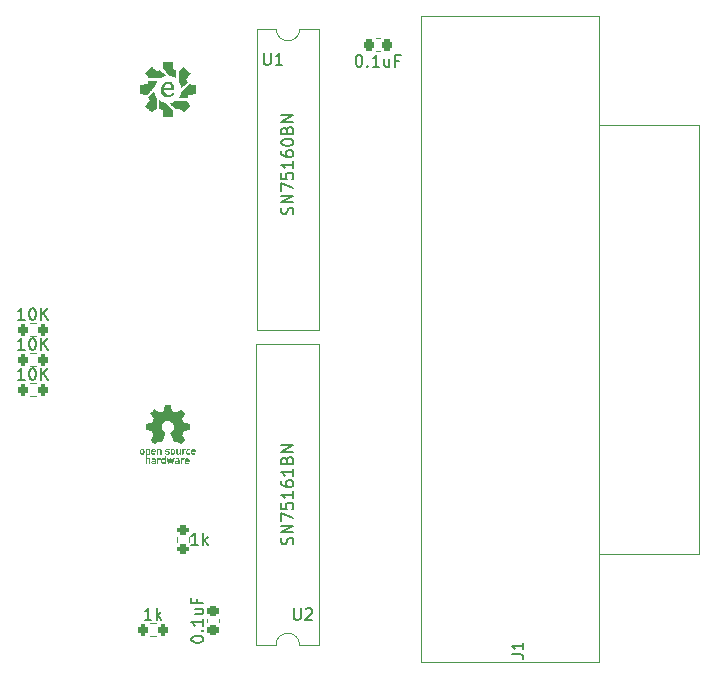
<source format=gto>
%TF.GenerationSoftware,KiCad,Pcbnew,(6.0.0)*%
%TF.CreationDate,2022-08-18T22:07:18-04:00*%
%TF.ProjectId,gpib breakout,67706962-2062-4726-9561-6b6f75742e6b,rev?*%
%TF.SameCoordinates,Original*%
%TF.FileFunction,Legend,Top*%
%TF.FilePolarity,Positive*%
%FSLAX46Y46*%
G04 Gerber Fmt 4.6, Leading zero omitted, Abs format (unit mm)*
G04 Created by KiCad (PCBNEW (6.0.0)) date 2022-08-18 22:07:18*
%MOMM*%
%LPD*%
G01*
G04 APERTURE LIST*
G04 Aperture macros list*
%AMRoundRect*
0 Rectangle with rounded corners*
0 $1 Rounding radius*
0 $2 $3 $4 $5 $6 $7 $8 $9 X,Y pos of 4 corners*
0 Add a 4 corners polygon primitive as box body*
4,1,4,$2,$3,$4,$5,$6,$7,$8,$9,$2,$3,0*
0 Add four circle primitives for the rounded corners*
1,1,$1+$1,$2,$3*
1,1,$1+$1,$4,$5*
1,1,$1+$1,$6,$7*
1,1,$1+$1,$8,$9*
0 Add four rect primitives between the rounded corners*
20,1,$1+$1,$2,$3,$4,$5,0*
20,1,$1+$1,$4,$5,$6,$7,0*
20,1,$1+$1,$6,$7,$8,$9,0*
20,1,$1+$1,$8,$9,$2,$3,0*%
G04 Aperture macros list end*
%ADD10C,0.150000*%
%ADD11C,0.120000*%
%ADD12C,0.100000*%
%ADD13RoundRect,0.225000X-0.225000X-0.250000X0.225000X-0.250000X0.225000X0.250000X-0.225000X0.250000X0*%
%ADD14RoundRect,0.200000X-0.275000X0.200000X-0.275000X-0.200000X0.275000X-0.200000X0.275000X0.200000X0*%
%ADD15C,2.700000*%
%ADD16RoundRect,0.200000X-0.200000X-0.275000X0.200000X-0.275000X0.200000X0.275000X-0.200000X0.275000X0*%
%ADD17RoundRect,0.200000X0.200000X0.275000X-0.200000X0.275000X-0.200000X-0.275000X0.200000X-0.275000X0*%
%ADD18R,5.000000X2.000000*%
%ADD19RoundRect,0.225000X0.250000X-0.225000X0.250000X0.225000X-0.250000X0.225000X-0.250000X-0.225000X0*%
%ADD20R,1.600000X1.600000*%
%ADD21O,1.600000X1.600000*%
%ADD22C,1.500000*%
%ADD23R,1.500000X1.500000*%
%ADD24C,4.650000*%
%ADD25R,1.700000X1.700000*%
%ADD26O,1.700000X1.700000*%
G04 APERTURE END LIST*
D10*
%TO.C,C1*%
X221877142Y-72002380D02*
X221972380Y-72002380D01*
X222067619Y-72050000D01*
X222115238Y-72097619D01*
X222162857Y-72192857D01*
X222210476Y-72383333D01*
X222210476Y-72621428D01*
X222162857Y-72811904D01*
X222115238Y-72907142D01*
X222067619Y-72954761D01*
X221972380Y-73002380D01*
X221877142Y-73002380D01*
X221781904Y-72954761D01*
X221734285Y-72907142D01*
X221686666Y-72811904D01*
X221639047Y-72621428D01*
X221639047Y-72383333D01*
X221686666Y-72192857D01*
X221734285Y-72097619D01*
X221781904Y-72050000D01*
X221877142Y-72002380D01*
X222639047Y-72907142D02*
X222686666Y-72954761D01*
X222639047Y-73002380D01*
X222591428Y-72954761D01*
X222639047Y-72907142D01*
X222639047Y-73002380D01*
X223639047Y-73002380D02*
X223067619Y-73002380D01*
X223353333Y-73002380D02*
X223353333Y-72002380D01*
X223258095Y-72145238D01*
X223162857Y-72240476D01*
X223067619Y-72288095D01*
X224496190Y-72335714D02*
X224496190Y-73002380D01*
X224067619Y-72335714D02*
X224067619Y-72859523D01*
X224115238Y-72954761D01*
X224210476Y-73002380D01*
X224353333Y-73002380D01*
X224448571Y-72954761D01*
X224496190Y-72907142D01*
X225305714Y-72478571D02*
X224972380Y-72478571D01*
X224972380Y-73002380D02*
X224972380Y-72002380D01*
X225448571Y-72002380D01*
%TO.C,R4*%
X208287952Y-113482380D02*
X207716523Y-113482380D01*
X208002238Y-113482380D02*
X208002238Y-112482380D01*
X207907000Y-112625238D01*
X207811761Y-112720476D01*
X207716523Y-112768095D01*
X208716523Y-113482380D02*
X208716523Y-112482380D01*
X208811761Y-113101428D02*
X209097476Y-113482380D01*
X209097476Y-112815714D02*
X208716523Y-113196666D01*
%TO.C,R3*%
X193619523Y-94432380D02*
X193048095Y-94432380D01*
X193333809Y-94432380D02*
X193333809Y-93432380D01*
X193238571Y-93575238D01*
X193143333Y-93670476D01*
X193048095Y-93718095D01*
X194238571Y-93432380D02*
X194333809Y-93432380D01*
X194429047Y-93480000D01*
X194476666Y-93527619D01*
X194524285Y-93622857D01*
X194571904Y-93813333D01*
X194571904Y-94051428D01*
X194524285Y-94241904D01*
X194476666Y-94337142D01*
X194429047Y-94384761D01*
X194333809Y-94432380D01*
X194238571Y-94432380D01*
X194143333Y-94384761D01*
X194095714Y-94337142D01*
X194048095Y-94241904D01*
X194000476Y-94051428D01*
X194000476Y-93813333D01*
X194048095Y-93622857D01*
X194095714Y-93527619D01*
X194143333Y-93480000D01*
X194238571Y-93432380D01*
X195000476Y-94432380D02*
X195000476Y-93432380D01*
X195571904Y-94432380D02*
X195143333Y-93860952D01*
X195571904Y-93432380D02*
X195000476Y-94003809D01*
%TO.C,R5*%
X204350952Y-119832380D02*
X203779523Y-119832380D01*
X204065238Y-119832380D02*
X204065238Y-118832380D01*
X203970000Y-118975238D01*
X203874761Y-119070476D01*
X203779523Y-119118095D01*
X204779523Y-119832380D02*
X204779523Y-118832380D01*
X204874761Y-119451428D02*
X205160476Y-119832380D01*
X205160476Y-119165714D02*
X204779523Y-119546666D01*
%TO.C,J1*%
X234842880Y-122761333D02*
X235557166Y-122761333D01*
X235700023Y-122808952D01*
X235795261Y-122904190D01*
X235842880Y-123047047D01*
X235842880Y-123142285D01*
X235842880Y-121761333D02*
X235842880Y-122332761D01*
X235842880Y-122047047D02*
X234842880Y-122047047D01*
X234985738Y-122142285D01*
X235080976Y-122237523D01*
X235128595Y-122332761D01*
%TO.C,C2*%
X207732380Y-121517857D02*
X207732380Y-121422619D01*
X207780000Y-121327380D01*
X207827619Y-121279761D01*
X207922857Y-121232142D01*
X208113333Y-121184523D01*
X208351428Y-121184523D01*
X208541904Y-121232142D01*
X208637142Y-121279761D01*
X208684761Y-121327380D01*
X208732380Y-121422619D01*
X208732380Y-121517857D01*
X208684761Y-121613095D01*
X208637142Y-121660714D01*
X208541904Y-121708333D01*
X208351428Y-121755952D01*
X208113333Y-121755952D01*
X207922857Y-121708333D01*
X207827619Y-121660714D01*
X207780000Y-121613095D01*
X207732380Y-121517857D01*
X208637142Y-120755952D02*
X208684761Y-120708333D01*
X208732380Y-120755952D01*
X208684761Y-120803571D01*
X208637142Y-120755952D01*
X208732380Y-120755952D01*
X208732380Y-119755952D02*
X208732380Y-120327380D01*
X208732380Y-120041666D02*
X207732380Y-120041666D01*
X207875238Y-120136904D01*
X207970476Y-120232142D01*
X208018095Y-120327380D01*
X208065714Y-118898809D02*
X208732380Y-118898809D01*
X208065714Y-119327380D02*
X208589523Y-119327380D01*
X208684761Y-119279761D01*
X208732380Y-119184523D01*
X208732380Y-119041666D01*
X208684761Y-118946428D01*
X208637142Y-118898809D01*
X208208571Y-118089285D02*
X208208571Y-118422619D01*
X208732380Y-118422619D02*
X207732380Y-118422619D01*
X207732380Y-117946428D01*
%TO.C,R2*%
X193619523Y-96972380D02*
X193048095Y-96972380D01*
X193333809Y-96972380D02*
X193333809Y-95972380D01*
X193238571Y-96115238D01*
X193143333Y-96210476D01*
X193048095Y-96258095D01*
X194238571Y-95972380D02*
X194333809Y-95972380D01*
X194429047Y-96020000D01*
X194476666Y-96067619D01*
X194524285Y-96162857D01*
X194571904Y-96353333D01*
X194571904Y-96591428D01*
X194524285Y-96781904D01*
X194476666Y-96877142D01*
X194429047Y-96924761D01*
X194333809Y-96972380D01*
X194238571Y-96972380D01*
X194143333Y-96924761D01*
X194095714Y-96877142D01*
X194048095Y-96781904D01*
X194000476Y-96591428D01*
X194000476Y-96353333D01*
X194048095Y-96162857D01*
X194095714Y-96067619D01*
X194143333Y-96020000D01*
X194238571Y-95972380D01*
X195000476Y-96972380D02*
X195000476Y-95972380D01*
X195571904Y-96972380D02*
X195143333Y-96400952D01*
X195571904Y-95972380D02*
X195000476Y-96543809D01*
%TO.C,U2*%
X216408095Y-118832380D02*
X216408095Y-119641904D01*
X216455714Y-119737142D01*
X216503333Y-119784761D01*
X216598571Y-119832380D01*
X216789047Y-119832380D01*
X216884285Y-119784761D01*
X216931904Y-119737142D01*
X216979523Y-119641904D01*
X216979523Y-118832380D01*
X217408095Y-118927619D02*
X217455714Y-118880000D01*
X217550952Y-118832380D01*
X217789047Y-118832380D01*
X217884285Y-118880000D01*
X217931904Y-118927619D01*
X217979523Y-119022857D01*
X217979523Y-119118095D01*
X217931904Y-119260952D01*
X217360476Y-119832380D01*
X217979523Y-119832380D01*
X216294761Y-113434285D02*
X216342380Y-113291428D01*
X216342380Y-113053333D01*
X216294761Y-112958095D01*
X216247142Y-112910476D01*
X216151904Y-112862857D01*
X216056666Y-112862857D01*
X215961428Y-112910476D01*
X215913809Y-112958095D01*
X215866190Y-113053333D01*
X215818571Y-113243809D01*
X215770952Y-113339047D01*
X215723333Y-113386666D01*
X215628095Y-113434285D01*
X215532857Y-113434285D01*
X215437619Y-113386666D01*
X215390000Y-113339047D01*
X215342380Y-113243809D01*
X215342380Y-113005714D01*
X215390000Y-112862857D01*
X216342380Y-112434285D02*
X215342380Y-112434285D01*
X216342380Y-111862857D01*
X215342380Y-111862857D01*
X215342380Y-111481904D02*
X215342380Y-110815238D01*
X216342380Y-111243809D01*
X215342380Y-109958095D02*
X215342380Y-110434285D01*
X215818571Y-110481904D01*
X215770952Y-110434285D01*
X215723333Y-110339047D01*
X215723333Y-110100952D01*
X215770952Y-110005714D01*
X215818571Y-109958095D01*
X215913809Y-109910476D01*
X216151904Y-109910476D01*
X216247142Y-109958095D01*
X216294761Y-110005714D01*
X216342380Y-110100952D01*
X216342380Y-110339047D01*
X216294761Y-110434285D01*
X216247142Y-110481904D01*
X216342380Y-108958095D02*
X216342380Y-109529523D01*
X216342380Y-109243809D02*
X215342380Y-109243809D01*
X215485238Y-109339047D01*
X215580476Y-109434285D01*
X215628095Y-109529523D01*
X215342380Y-108100952D02*
X215342380Y-108291428D01*
X215390000Y-108386666D01*
X215437619Y-108434285D01*
X215580476Y-108529523D01*
X215770952Y-108577142D01*
X216151904Y-108577142D01*
X216247142Y-108529523D01*
X216294761Y-108481904D01*
X216342380Y-108386666D01*
X216342380Y-108196190D01*
X216294761Y-108100952D01*
X216247142Y-108053333D01*
X216151904Y-108005714D01*
X215913809Y-108005714D01*
X215818571Y-108053333D01*
X215770952Y-108100952D01*
X215723333Y-108196190D01*
X215723333Y-108386666D01*
X215770952Y-108481904D01*
X215818571Y-108529523D01*
X215913809Y-108577142D01*
X216342380Y-107053333D02*
X216342380Y-107624761D01*
X216342380Y-107339047D02*
X215342380Y-107339047D01*
X215485238Y-107434285D01*
X215580476Y-107529523D01*
X215628095Y-107624761D01*
X215818571Y-106291428D02*
X215866190Y-106148571D01*
X215913809Y-106100952D01*
X216009047Y-106053333D01*
X216151904Y-106053333D01*
X216247142Y-106100952D01*
X216294761Y-106148571D01*
X216342380Y-106243809D01*
X216342380Y-106624761D01*
X215342380Y-106624761D01*
X215342380Y-106291428D01*
X215390000Y-106196190D01*
X215437619Y-106148571D01*
X215532857Y-106100952D01*
X215628095Y-106100952D01*
X215723333Y-106148571D01*
X215770952Y-106196190D01*
X215818571Y-106291428D01*
X215818571Y-106624761D01*
X216342380Y-105624761D02*
X215342380Y-105624761D01*
X216342380Y-105053333D01*
X215342380Y-105053333D01*
%TO.C,U1*%
X213868095Y-71842380D02*
X213868095Y-72651904D01*
X213915714Y-72747142D01*
X213963333Y-72794761D01*
X214058571Y-72842380D01*
X214249047Y-72842380D01*
X214344285Y-72794761D01*
X214391904Y-72747142D01*
X214439523Y-72651904D01*
X214439523Y-71842380D01*
X215439523Y-72842380D02*
X214868095Y-72842380D01*
X215153809Y-72842380D02*
X215153809Y-71842380D01*
X215058571Y-71985238D01*
X214963333Y-72080476D01*
X214868095Y-72128095D01*
X216304761Y-85494285D02*
X216352380Y-85351428D01*
X216352380Y-85113333D01*
X216304761Y-85018095D01*
X216257142Y-84970476D01*
X216161904Y-84922857D01*
X216066666Y-84922857D01*
X215971428Y-84970476D01*
X215923809Y-85018095D01*
X215876190Y-85113333D01*
X215828571Y-85303809D01*
X215780952Y-85399047D01*
X215733333Y-85446666D01*
X215638095Y-85494285D01*
X215542857Y-85494285D01*
X215447619Y-85446666D01*
X215400000Y-85399047D01*
X215352380Y-85303809D01*
X215352380Y-85065714D01*
X215400000Y-84922857D01*
X216352380Y-84494285D02*
X215352380Y-84494285D01*
X216352380Y-83922857D01*
X215352380Y-83922857D01*
X215352380Y-83541904D02*
X215352380Y-82875238D01*
X216352380Y-83303809D01*
X215352380Y-82018095D02*
X215352380Y-82494285D01*
X215828571Y-82541904D01*
X215780952Y-82494285D01*
X215733333Y-82399047D01*
X215733333Y-82160952D01*
X215780952Y-82065714D01*
X215828571Y-82018095D01*
X215923809Y-81970476D01*
X216161904Y-81970476D01*
X216257142Y-82018095D01*
X216304761Y-82065714D01*
X216352380Y-82160952D01*
X216352380Y-82399047D01*
X216304761Y-82494285D01*
X216257142Y-82541904D01*
X216352380Y-81018095D02*
X216352380Y-81589523D01*
X216352380Y-81303809D02*
X215352380Y-81303809D01*
X215495238Y-81399047D01*
X215590476Y-81494285D01*
X215638095Y-81589523D01*
X215352380Y-80160952D02*
X215352380Y-80351428D01*
X215400000Y-80446666D01*
X215447619Y-80494285D01*
X215590476Y-80589523D01*
X215780952Y-80637142D01*
X216161904Y-80637142D01*
X216257142Y-80589523D01*
X216304761Y-80541904D01*
X216352380Y-80446666D01*
X216352380Y-80256190D01*
X216304761Y-80160952D01*
X216257142Y-80113333D01*
X216161904Y-80065714D01*
X215923809Y-80065714D01*
X215828571Y-80113333D01*
X215780952Y-80160952D01*
X215733333Y-80256190D01*
X215733333Y-80446666D01*
X215780952Y-80541904D01*
X215828571Y-80589523D01*
X215923809Y-80637142D01*
X215352380Y-79446666D02*
X215352380Y-79351428D01*
X215400000Y-79256190D01*
X215447619Y-79208571D01*
X215542857Y-79160952D01*
X215733333Y-79113333D01*
X215971428Y-79113333D01*
X216161904Y-79160952D01*
X216257142Y-79208571D01*
X216304761Y-79256190D01*
X216352380Y-79351428D01*
X216352380Y-79446666D01*
X216304761Y-79541904D01*
X216257142Y-79589523D01*
X216161904Y-79637142D01*
X215971428Y-79684761D01*
X215733333Y-79684761D01*
X215542857Y-79637142D01*
X215447619Y-79589523D01*
X215400000Y-79541904D01*
X215352380Y-79446666D01*
X215828571Y-78351428D02*
X215876190Y-78208571D01*
X215923809Y-78160952D01*
X216019047Y-78113333D01*
X216161904Y-78113333D01*
X216257142Y-78160952D01*
X216304761Y-78208571D01*
X216352380Y-78303809D01*
X216352380Y-78684761D01*
X215352380Y-78684761D01*
X215352380Y-78351428D01*
X215400000Y-78256190D01*
X215447619Y-78208571D01*
X215542857Y-78160952D01*
X215638095Y-78160952D01*
X215733333Y-78208571D01*
X215780952Y-78256190D01*
X215828571Y-78351428D01*
X215828571Y-78684761D01*
X216352380Y-77684761D02*
X215352380Y-77684761D01*
X216352380Y-77113333D01*
X215352380Y-77113333D01*
%TO.C,R1*%
X193619523Y-99512380D02*
X193048095Y-99512380D01*
X193333809Y-99512380D02*
X193333809Y-98512380D01*
X193238571Y-98655238D01*
X193143333Y-98750476D01*
X193048095Y-98798095D01*
X194238571Y-98512380D02*
X194333809Y-98512380D01*
X194429047Y-98560000D01*
X194476666Y-98607619D01*
X194524285Y-98702857D01*
X194571904Y-98893333D01*
X194571904Y-99131428D01*
X194524285Y-99321904D01*
X194476666Y-99417142D01*
X194429047Y-99464761D01*
X194333809Y-99512380D01*
X194238571Y-99512380D01*
X194143333Y-99464761D01*
X194095714Y-99417142D01*
X194048095Y-99321904D01*
X194000476Y-99131428D01*
X194000476Y-98893333D01*
X194048095Y-98702857D01*
X194095714Y-98607619D01*
X194143333Y-98560000D01*
X194238571Y-98512380D01*
X195000476Y-99512380D02*
X195000476Y-98512380D01*
X195571904Y-99512380D02*
X195143333Y-98940952D01*
X195571904Y-98512380D02*
X195000476Y-99083809D01*
D11*
%TO.C,C1*%
X223379420Y-71630000D02*
X223660580Y-71630000D01*
X223379420Y-70610000D02*
X223660580Y-70610000D01*
%TO.C,R4*%
X206487500Y-112792742D02*
X206487500Y-113267258D01*
X207532500Y-112792742D02*
X207532500Y-113267258D01*
%TO.C,G\u002A\u002A\u002A*%
G36*
X207525509Y-105348847D02*
G01*
X207549168Y-105352973D01*
X207559236Y-105355443D01*
X207599930Y-105369886D01*
X207638014Y-105390751D01*
X207668813Y-105415425D01*
X207671551Y-105418254D01*
X207681071Y-105429261D01*
X207682440Y-105436479D01*
X207676160Y-105445144D01*
X207674316Y-105447195D01*
X207661847Y-105459426D01*
X207645083Y-105474039D01*
X207639342Y-105478697D01*
X207616336Y-105496942D01*
X207587527Y-105476636D01*
X207568529Y-105464754D01*
X207550578Y-105458086D01*
X207528017Y-105454829D01*
X207516761Y-105454096D01*
X207476789Y-105455986D01*
X207444968Y-105466800D01*
X207420104Y-105487155D01*
X207403468Y-105512574D01*
X207395785Y-105529631D01*
X207391075Y-105546228D01*
X207388651Y-105566334D01*
X207387823Y-105593915D01*
X207387784Y-105602860D01*
X207388284Y-105633618D01*
X207390301Y-105655822D01*
X207394469Y-105673391D01*
X207401424Y-105690244D01*
X207402192Y-105691825D01*
X207422541Y-105720264D01*
X207450235Y-105740349D01*
X207482967Y-105751672D01*
X207518431Y-105753831D01*
X207554322Y-105746417D01*
X207588332Y-105729027D01*
X207593273Y-105725423D01*
X207615728Y-105708296D01*
X207639038Y-105726782D01*
X207656005Y-105741044D01*
X207670622Y-105754658D01*
X207674257Y-105758459D01*
X207682232Y-105768513D01*
X207681684Y-105775808D01*
X207674257Y-105784882D01*
X207649455Y-105806747D01*
X207617092Y-105827273D01*
X207582013Y-105843538D01*
X207570201Y-105847619D01*
X207541901Y-105855074D01*
X207516670Y-105857908D01*
X207488978Y-105856394D01*
X207464997Y-105852867D01*
X207427084Y-105841771D01*
X207388798Y-105822577D01*
X207355687Y-105798200D01*
X207349283Y-105792062D01*
X207322355Y-105756354D01*
X207302320Y-105712106D01*
X207289743Y-105661558D01*
X207285187Y-105606952D01*
X207288978Y-105552132D01*
X207302010Y-105495468D01*
X207323298Y-105448168D01*
X207352973Y-105410091D01*
X207391166Y-105381097D01*
X207438008Y-105361047D01*
X207476129Y-105352238D01*
X207503430Y-105348690D01*
X207525509Y-105348847D01*
G37*
G36*
X205728993Y-105350866D02*
G01*
X205764637Y-105356275D01*
X205797668Y-105363958D01*
X205820464Y-105371902D01*
X205844117Y-105383462D01*
X205865322Y-105395807D01*
X205881357Y-105407151D01*
X205889498Y-105415712D01*
X205889994Y-105417442D01*
X205886224Y-105424483D01*
X205876270Y-105438032D01*
X205862238Y-105455233D01*
X205861362Y-105456261D01*
X205832687Y-105489826D01*
X205797984Y-105470241D01*
X205767154Y-105457083D01*
X205732288Y-105448912D01*
X205697299Y-105446109D01*
X205666099Y-105449058D01*
X205647074Y-105455511D01*
X205627593Y-105470755D01*
X205617470Y-105489678D01*
X205616969Y-105509409D01*
X205626354Y-105527077D01*
X205639585Y-105537017D01*
X205654993Y-105542231D01*
X205677941Y-105546876D01*
X205703470Y-105549950D01*
X205703572Y-105549958D01*
X205755511Y-105555225D01*
X205796705Y-105562565D01*
X205828838Y-105572699D01*
X205853596Y-105586351D01*
X205872663Y-105604241D01*
X205887725Y-105627092D01*
X205888924Y-105629383D01*
X205900066Y-105661406D01*
X205904401Y-105697819D01*
X205901763Y-105733604D01*
X205893302Y-105761098D01*
X205871979Y-105792060D01*
X205840943Y-105817812D01*
X205802152Y-105837634D01*
X205757563Y-105850800D01*
X205709133Y-105856589D01*
X205658821Y-105854276D01*
X205646227Y-105852356D01*
X205621655Y-105846252D01*
X205593134Y-105836572D01*
X205572164Y-105827800D01*
X205549295Y-105815956D01*
X205526422Y-105802200D01*
X205506168Y-105788355D01*
X205491159Y-105776242D01*
X205484020Y-105767685D01*
X205483766Y-105766437D01*
X205488172Y-105760578D01*
X205499719Y-105748995D01*
X205516020Y-105734063D01*
X205518092Y-105732239D01*
X205552338Y-105702204D01*
X205580459Y-105721552D01*
X205618532Y-105743264D01*
X205657364Y-105755304D01*
X205701777Y-105759144D01*
X205703478Y-105759148D01*
X205744015Y-105756206D01*
X205773687Y-105747297D01*
X205792679Y-105732300D01*
X205801179Y-105711094D01*
X205801327Y-105695399D01*
X205797565Y-105680105D01*
X205788649Y-105668542D01*
X205772918Y-105659940D01*
X205748711Y-105653525D01*
X205714366Y-105648527D01*
X205696439Y-105646656D01*
X205645491Y-105639892D01*
X205605236Y-105630022D01*
X205574083Y-105616253D01*
X205550437Y-105597793D01*
X205532707Y-105573849D01*
X205526760Y-105562225D01*
X205519509Y-105539819D01*
X205515411Y-105514215D01*
X205515082Y-105506686D01*
X205520006Y-105462007D01*
X205535189Y-105424461D01*
X205560596Y-105394083D01*
X205596194Y-105370908D01*
X205641948Y-105354969D01*
X205668966Y-105349672D01*
X205695511Y-105348432D01*
X205728993Y-105350866D01*
G37*
G36*
X204339497Y-106427197D02*
G01*
X204357051Y-106395966D01*
X204368538Y-106383071D01*
X204385312Y-106369137D01*
X204403137Y-106358814D01*
X204424320Y-106351508D01*
X204451170Y-106346623D01*
X204485996Y-106343565D01*
X204528765Y-106341805D01*
X204620975Y-106339179D01*
X204620975Y-106305065D01*
X204619762Y-106283354D01*
X204616660Y-106265205D01*
X204614220Y-106258331D01*
X204600268Y-106244349D01*
X204576852Y-106234125D01*
X204546706Y-106228657D01*
X204531310Y-106228014D01*
X204496413Y-106229474D01*
X204470847Y-106234342D01*
X204451730Y-106243351D01*
X204442723Y-106250518D01*
X204426834Y-106265244D01*
X204389496Y-106236248D01*
X204371604Y-106221767D01*
X204358389Y-106209955D01*
X204352307Y-106203031D01*
X204352159Y-106202491D01*
X204356539Y-106196123D01*
X204367830Y-106184729D01*
X204378560Y-106175132D01*
X204404909Y-106156543D01*
X204434575Y-106144034D01*
X204469985Y-106137008D01*
X204513568Y-106134870D01*
X204539980Y-106135479D01*
X204572514Y-106137268D01*
X204596330Y-106139986D01*
X204615213Y-106144373D01*
X204632947Y-106151171D01*
X204642099Y-106155477D01*
X204676718Y-106177763D01*
X204701557Y-106206681D01*
X204715002Y-106234265D01*
X204717708Y-106245811D01*
X204719988Y-106265444D01*
X204721887Y-106294040D01*
X204723452Y-106332473D01*
X204724725Y-106381620D01*
X204725753Y-106442355D01*
X204725792Y-106445255D01*
X204728349Y-106634364D01*
X204620975Y-106634364D01*
X204620975Y-106595743D01*
X204602026Y-106611687D01*
X204582683Y-106624380D01*
X204561309Y-106633657D01*
X204559828Y-106634088D01*
X204530599Y-106638875D01*
X204495582Y-106639812D01*
X204460842Y-106637020D01*
X204435455Y-106631616D01*
X204395089Y-106613586D01*
X204362420Y-106587802D01*
X204339078Y-106555757D01*
X204330723Y-106535740D01*
X204325322Y-106501167D01*
X204326501Y-106487599D01*
X204421257Y-106487599D01*
X204428156Y-106508733D01*
X204443535Y-106526711D01*
X204466359Y-106538911D01*
X204474418Y-106541036D01*
X204493672Y-106543214D01*
X204519293Y-106543796D01*
X204546829Y-106542946D01*
X204571831Y-106540827D01*
X204589845Y-106537600D01*
X204592549Y-106536712D01*
X204605665Y-106525439D01*
X204615275Y-106504494D01*
X204620396Y-106476452D01*
X204620975Y-106462272D01*
X204620975Y-106427094D01*
X204537063Y-106429141D01*
X204502897Y-106430111D01*
X204478852Y-106431340D01*
X204462551Y-106433238D01*
X204451613Y-106436213D01*
X204443659Y-106440676D01*
X204437039Y-106446344D01*
X204423873Y-106465929D01*
X204421257Y-106487599D01*
X204326501Y-106487599D01*
X204328583Y-106463625D01*
X204339497Y-106427197D01*
G37*
G36*
X205118604Y-106144084D02*
G01*
X205132038Y-106149643D01*
X205149721Y-106158697D01*
X205161637Y-106166371D01*
X205164859Y-106170103D01*
X205161110Y-106176956D01*
X205151104Y-106190800D01*
X205136699Y-106209116D01*
X205130211Y-106217025D01*
X205095564Y-106258766D01*
X205075510Y-106246539D01*
X205046073Y-106235323D01*
X205015339Y-106235030D01*
X204986211Y-106244808D01*
X204961596Y-106263807D01*
X204947618Y-106284039D01*
X204943326Y-106293062D01*
X204940009Y-106302136D01*
X204937541Y-106312943D01*
X204935797Y-106327165D01*
X204934651Y-106346483D01*
X204933980Y-106372579D01*
X204933657Y-106407135D01*
X204933557Y-106451833D01*
X204933552Y-106473148D01*
X204933552Y-106634364D01*
X204833527Y-106634364D01*
X204833527Y-106140492D01*
X204933552Y-106140492D01*
X204933552Y-106191479D01*
X204958510Y-106170115D01*
X204993677Y-106147909D01*
X205033812Y-106135965D01*
X205076320Y-106134588D01*
X205118604Y-106144084D01*
G37*
G36*
X203958312Y-105352798D02*
G01*
X203958312Y-105401965D01*
X203989362Y-105381070D01*
X204029543Y-105360547D01*
X204071145Y-105350892D01*
X204112346Y-105351514D01*
X204151328Y-105361821D01*
X204186270Y-105381222D01*
X204215352Y-105409125D01*
X204236756Y-105444939D01*
X204243452Y-105463668D01*
X204247827Y-105486517D01*
X204250986Y-105518754D01*
X204252928Y-105557334D01*
X204253651Y-105599209D01*
X204253156Y-105641333D01*
X204251441Y-105680661D01*
X204248505Y-105714146D01*
X204244348Y-105738742D01*
X204243536Y-105741763D01*
X204226086Y-105780746D01*
X204199496Y-105812870D01*
X204165758Y-105836972D01*
X204126864Y-105851887D01*
X204084806Y-105856451D01*
X204053771Y-105852693D01*
X204031560Y-105845327D01*
X204006338Y-105833433D01*
X203991132Y-105824443D01*
X203958312Y-105802781D01*
X203958312Y-105993886D01*
X203958410Y-106049612D01*
X203958734Y-106093893D01*
X203959329Y-106127785D01*
X203960239Y-106152346D01*
X203961508Y-106168631D01*
X203963180Y-106177698D01*
X203965299Y-106180602D01*
X203966126Y-106180376D01*
X203976225Y-106173746D01*
X203990666Y-106163586D01*
X203992695Y-106162116D01*
X204028462Y-106143430D01*
X204068609Y-106134657D01*
X204110208Y-106135566D01*
X204150329Y-106145927D01*
X204186044Y-106165508D01*
X204201206Y-106178557D01*
X204213897Y-106191460D01*
X204224116Y-106203126D01*
X204232145Y-106215054D01*
X204238265Y-106228744D01*
X204242760Y-106245694D01*
X204245912Y-106267404D01*
X204248002Y-106295373D01*
X204249314Y-106331100D01*
X204250129Y-106376085D01*
X204250729Y-106431827D01*
X204250827Y-106442129D01*
X204252646Y-106634364D01*
X204152109Y-106634364D01*
X204152100Y-106470261D01*
X204151966Y-106415995D01*
X204151397Y-106372721D01*
X204150127Y-106338927D01*
X204147893Y-106313103D01*
X204144429Y-106293738D01*
X204139472Y-106279322D01*
X204132756Y-106268344D01*
X204124018Y-106259294D01*
X204113751Y-106251214D01*
X204086380Y-106238325D01*
X204055479Y-106235062D01*
X204024488Y-106240771D01*
X203996851Y-106254799D01*
X203976008Y-106276494D01*
X203975397Y-106277461D01*
X203971203Y-106284706D01*
X203967920Y-106292412D01*
X203965413Y-106302172D01*
X203963549Y-106315577D01*
X203962195Y-106334222D01*
X203961217Y-106359697D01*
X203960481Y-106393597D01*
X203959855Y-106437512D01*
X203959502Y-106467135D01*
X203957566Y-106634364D01*
X203858287Y-106634364D01*
X203858287Y-105615623D01*
X203957912Y-105615623D01*
X203961243Y-105655414D01*
X203969033Y-105691046D01*
X203981301Y-105719379D01*
X203987296Y-105727764D01*
X204007881Y-105743372D01*
X204035349Y-105752293D01*
X204065777Y-105754127D01*
X204095244Y-105748480D01*
X204112309Y-105740429D01*
X204125924Y-105730073D01*
X204135790Y-105717347D01*
X204142468Y-105700193D01*
X204146518Y-105676556D01*
X204148502Y-105644380D01*
X204148984Y-105605986D01*
X204148699Y-105568724D01*
X204147677Y-105541514D01*
X204145669Y-105521916D01*
X204142425Y-105507489D01*
X204137714Y-105495828D01*
X204121298Y-105472914D01*
X204098605Y-105459064D01*
X204068142Y-105453596D01*
X204045847Y-105454032D01*
X204023125Y-105456336D01*
X204008522Y-105460372D01*
X203997655Y-105467959D01*
X203988800Y-105477694D01*
X203974484Y-105502709D01*
X203964551Y-105536130D01*
X203959021Y-105574815D01*
X203957912Y-105615623D01*
X203858287Y-105615623D01*
X203858287Y-105352798D01*
X203958312Y-105352798D01*
G37*
G36*
X207128657Y-106145579D02*
G01*
X207164685Y-106164426D01*
X207167377Y-106169283D01*
X207164490Y-106177879D01*
X207155049Y-106191992D01*
X207138080Y-106213397D01*
X207137301Y-106214346D01*
X207101206Y-106258221D01*
X207076728Y-106245462D01*
X207045401Y-106235525D01*
X207013879Y-106236753D01*
X206984887Y-106248292D01*
X206961153Y-106269290D01*
X206951245Y-106284722D01*
X206947882Y-106292595D01*
X206945277Y-106302474D01*
X206943335Y-106315944D01*
X206941964Y-106334591D01*
X206941070Y-106360000D01*
X206940559Y-106393757D01*
X206940338Y-106437446D01*
X206940305Y-106470261D01*
X206940295Y-106634364D01*
X206840271Y-106634364D01*
X206840271Y-106140492D01*
X206940295Y-106140492D01*
X206940295Y-106184889D01*
X206962163Y-106168210D01*
X207000140Y-106146756D01*
X207042323Y-106135800D01*
X207086050Y-106135391D01*
X207128657Y-106145579D01*
G37*
G36*
X205174236Y-106390554D02*
G01*
X205174534Y-106339432D01*
X205175735Y-106298955D01*
X205178295Y-106267270D01*
X205182671Y-106242528D01*
X205189322Y-106222877D01*
X205198704Y-106206465D01*
X205211274Y-106191443D01*
X205227188Y-106176230D01*
X205258730Y-106152925D01*
X205292105Y-106139481D01*
X205331283Y-106134433D01*
X205340627Y-106134302D01*
X205368083Y-106137443D01*
X205397133Y-106145674D01*
X205423405Y-106157342D01*
X205442526Y-106170796D01*
X205445380Y-106173881D01*
X205454540Y-106182273D01*
X205459314Y-106184253D01*
X205461033Y-106178315D01*
X205462695Y-106161758D01*
X205464193Y-106136464D01*
X205465420Y-106104317D01*
X205466268Y-106067201D01*
X205466363Y-106060785D01*
X205468058Y-105937317D01*
X205516508Y-105935491D01*
X205564957Y-105933665D01*
X205564957Y-106634364D01*
X205464932Y-106634364D01*
X205464932Y-106612483D01*
X205463274Y-106596086D01*
X205457775Y-106591470D01*
X205447648Y-106598290D01*
X205443171Y-106602975D01*
X205426795Y-106615019D01*
X205402305Y-106626148D01*
X205374078Y-106634859D01*
X205346487Y-106639651D01*
X205334978Y-106640122D01*
X205310154Y-106637683D01*
X205285202Y-106632243D01*
X205279795Y-106630505D01*
X205246657Y-106613135D01*
X205216302Y-106587005D01*
X205192805Y-106555791D01*
X205188851Y-106548388D01*
X205183907Y-106537724D01*
X205180223Y-106527291D01*
X205177615Y-106515095D01*
X205175897Y-106499143D01*
X205174886Y-106477442D01*
X205174396Y-106447999D01*
X205174278Y-106417486D01*
X205272056Y-106417486D01*
X205276603Y-106459552D01*
X205286300Y-106491685D01*
X205301431Y-106514740D01*
X205322281Y-106529566D01*
X205328451Y-106532097D01*
X205361227Y-106539449D01*
X205392004Y-106535832D01*
X205412365Y-106527811D01*
X205430363Y-106517296D01*
X205443519Y-106504413D01*
X205452537Y-106487164D01*
X205458121Y-106463550D01*
X205460976Y-106431573D01*
X205461804Y-106389233D01*
X205461805Y-106387428D01*
X205461546Y-106352439D01*
X205460547Y-106327222D01*
X205458476Y-106309052D01*
X205455003Y-106295206D01*
X205449794Y-106282958D01*
X205448875Y-106281152D01*
X205430249Y-106257231D01*
X205405259Y-106241665D01*
X205376662Y-106234486D01*
X205347212Y-106235724D01*
X205319665Y-106245411D01*
X205296776Y-106263578D01*
X205286028Y-106279312D01*
X205279445Y-106298902D01*
X205274862Y-106329000D01*
X205272372Y-106364638D01*
X205272056Y-106417486D01*
X205174278Y-106417486D01*
X205174244Y-106408820D01*
X205174236Y-106390554D01*
G37*
G36*
X204347894Y-105469101D02*
G01*
X204369798Y-105428073D01*
X204390152Y-105403288D01*
X204426052Y-105375782D01*
X204467372Y-105358143D01*
X204511907Y-105350332D01*
X204557448Y-105352312D01*
X204601787Y-105364044D01*
X204642717Y-105385489D01*
X204670090Y-105408165D01*
X204696648Y-105440759D01*
X204715600Y-105478594D01*
X204727514Y-105523407D01*
X204732960Y-105576930D01*
X204733455Y-105601297D01*
X204733502Y-105640369D01*
X204420359Y-105640369D01*
X204424532Y-105663812D01*
X204435862Y-105699670D01*
X204455116Y-105728031D01*
X204480314Y-105746645D01*
X204516809Y-105757639D01*
X204556307Y-105757834D01*
X204596179Y-105747592D01*
X204633796Y-105727275D01*
X204636864Y-105725052D01*
X204644121Y-105720788D01*
X204651438Y-105720842D01*
X204661584Y-105726362D01*
X204677330Y-105738494D01*
X204685488Y-105745185D01*
X204721349Y-105774777D01*
X204692857Y-105800966D01*
X204670872Y-105818007D01*
X204645673Y-105833062D01*
X204631701Y-105839376D01*
X204596580Y-105849114D01*
X204556941Y-105854766D01*
X204518307Y-105855811D01*
X204490516Y-105852715D01*
X204447452Y-105838874D01*
X204408373Y-105816949D01*
X204385209Y-105797443D01*
X204359244Y-105762730D01*
X204340207Y-105720000D01*
X204328068Y-105671625D01*
X204322797Y-105619975D01*
X204324364Y-105567424D01*
X204325729Y-105559099D01*
X204421238Y-105559099D01*
X204627226Y-105559099D01*
X204627226Y-105541328D01*
X204622339Y-105517179D01*
X204609667Y-105491635D01*
X204592195Y-105469653D01*
X204577156Y-105458170D01*
X204548414Y-105448494D01*
X204516499Y-105446741D01*
X204486371Y-105452794D01*
X204470299Y-105460720D01*
X204448016Y-105482597D01*
X204431796Y-105513361D01*
X204424906Y-105538781D01*
X204421238Y-105559099D01*
X204325729Y-105559099D01*
X204332740Y-105516342D01*
X204347894Y-105469101D01*
G37*
G36*
X203371924Y-105505908D02*
G01*
X203382378Y-105470103D01*
X203398249Y-105439849D01*
X203420248Y-105412975D01*
X203429719Y-105403789D01*
X203469089Y-105375134D01*
X203512116Y-105357034D01*
X203557003Y-105349129D01*
X203601955Y-105351056D01*
X203645176Y-105362456D01*
X203684871Y-105382967D01*
X203719243Y-105412228D01*
X203746497Y-105449878D01*
X203755926Y-105469377D01*
X203763106Y-105494811D01*
X203768084Y-105529300D01*
X203770863Y-105569595D01*
X203771445Y-105612443D01*
X203769834Y-105654595D01*
X203766031Y-105692798D01*
X203760041Y-105723802D01*
X203755695Y-105736896D01*
X203733178Y-105776289D01*
X203702097Y-105809732D01*
X203665070Y-105834783D01*
X203639483Y-105845277D01*
X203602255Y-105853121D01*
X203561686Y-105855788D01*
X203526458Y-105853036D01*
X203481470Y-105838863D01*
X203440457Y-105813032D01*
X203424899Y-105799091D01*
X203401617Y-105771840D01*
X203384568Y-105741065D01*
X203373113Y-105704692D01*
X203366611Y-105660644D01*
X203364424Y-105606846D01*
X203364416Y-105602860D01*
X203467566Y-105602860D01*
X203468347Y-105643214D01*
X203471187Y-105673524D01*
X203476830Y-105696180D01*
X203486023Y-105713574D01*
X203499509Y-105728094D01*
X203508969Y-105735678D01*
X203536617Y-105749083D01*
X203569090Y-105753697D01*
X203602301Y-105749496D01*
X203632158Y-105736454D01*
X203632193Y-105736431D01*
X203647929Y-105721791D01*
X203659182Y-105700494D01*
X203666390Y-105671015D01*
X203669991Y-105631827D01*
X203670604Y-105602622D01*
X203670359Y-105569832D01*
X203669189Y-105546421D01*
X203666657Y-105529273D01*
X203662328Y-105515271D01*
X203656675Y-105503059D01*
X203637162Y-105477171D01*
X203611431Y-105460271D01*
X203581961Y-105452361D01*
X203551228Y-105453446D01*
X203521709Y-105463528D01*
X203495882Y-105482609D01*
X203480407Y-105502856D01*
X203474893Y-105513818D01*
X203471198Y-105526236D01*
X203468976Y-105542807D01*
X203467882Y-105566228D01*
X203467568Y-105599198D01*
X203467566Y-105602860D01*
X203364416Y-105602860D01*
X203366174Y-105549437D01*
X203371924Y-105505908D01*
G37*
G36*
X206336160Y-106445731D02*
G01*
X206353204Y-106408661D01*
X206380470Y-106378461D01*
X206415166Y-106356873D01*
X206428641Y-106351518D01*
X206443849Y-106347665D01*
X206463330Y-106344992D01*
X206489625Y-106343178D01*
X206525272Y-106341901D01*
X206535508Y-106341639D01*
X206627718Y-106339395D01*
X206627718Y-106303151D01*
X206625906Y-106276354D01*
X206620080Y-106258986D01*
X206616778Y-106254416D01*
X206597483Y-106240661D01*
X206570317Y-106231843D01*
X206538722Y-106227950D01*
X206506142Y-106228970D01*
X206476017Y-106234890D01*
X206451791Y-106245698D01*
X206441083Y-106255041D01*
X206435803Y-106259568D01*
X206429094Y-106259431D01*
X206418425Y-106253615D01*
X206401263Y-106241106D01*
X206395759Y-106236889D01*
X206377957Y-106222545D01*
X206364878Y-106210775D01*
X206359007Y-106203840D01*
X206358902Y-106203369D01*
X206364034Y-106193735D01*
X206377395Y-106180921D01*
X206395931Y-106167137D01*
X206416592Y-106154593D01*
X206436323Y-106145500D01*
X206440934Y-106143971D01*
X206474419Y-106137434D01*
X206514894Y-106134642D01*
X206557431Y-106135574D01*
X206597099Y-106140206D01*
X206617603Y-106144788D01*
X206650910Y-106158802D01*
X206680988Y-106180037D01*
X206704895Y-106205853D01*
X206719686Y-106233610D01*
X206720832Y-106237391D01*
X206722948Y-106251792D01*
X206724719Y-106277654D01*
X206726110Y-106313939D01*
X206727087Y-106359609D01*
X206727618Y-106413627D01*
X206727708Y-106448380D01*
X206727743Y-106634364D01*
X206627718Y-106634364D01*
X206627718Y-106595743D01*
X206608770Y-106611687D01*
X206589426Y-106624380D01*
X206568052Y-106633657D01*
X206566572Y-106634088D01*
X206535789Y-106639122D01*
X206499335Y-106639914D01*
X206463050Y-106636670D01*
X206432775Y-106629592D01*
X206432277Y-106629415D01*
X206392546Y-106609309D01*
X206361830Y-106581522D01*
X206340896Y-106547519D01*
X206330511Y-106508767D01*
X206331018Y-106485890D01*
X206427868Y-106485890D01*
X206432943Y-106510406D01*
X206447430Y-106528436D01*
X206466582Y-106537062D01*
X206484019Y-106540948D01*
X206493310Y-106543129D01*
X206511551Y-106544973D01*
X206535875Y-106544227D01*
X206561737Y-106541400D01*
X206584592Y-106537004D01*
X206599897Y-106531552D01*
X206600727Y-106531041D01*
X206616007Y-106515765D01*
X206624746Y-106493220D01*
X206627708Y-106461370D01*
X206627718Y-106458914D01*
X206627718Y-106428063D01*
X206549163Y-106428063D01*
X206506674Y-106428933D01*
X206475100Y-106432020D01*
X206452942Y-106438037D01*
X206438704Y-106447699D01*
X206430887Y-106461719D01*
X206427994Y-106480813D01*
X206427868Y-106485890D01*
X206331018Y-106485890D01*
X206331442Y-106466733D01*
X206336160Y-106445731D01*
G37*
G36*
X205074442Y-105352882D02*
G01*
X205110102Y-105363112D01*
X205117972Y-105366819D01*
X205152855Y-105389184D01*
X205178806Y-105417025D01*
X205197344Y-105449697D01*
X205201470Y-105459130D01*
X205204745Y-105468541D01*
X205207289Y-105479486D01*
X205209218Y-105493524D01*
X205210651Y-105512211D01*
X205211704Y-105537104D01*
X205212497Y-105569759D01*
X205213146Y-105611735D01*
X205213770Y-105664587D01*
X205213799Y-105667199D01*
X205215853Y-105853443D01*
X205163787Y-105851619D01*
X205111720Y-105849796D01*
X205108595Y-105681004D01*
X205107575Y-105629895D01*
X205106549Y-105589741D01*
X205105394Y-105558997D01*
X205103989Y-105536116D01*
X205102209Y-105519551D01*
X205099933Y-105507755D01*
X205097038Y-105499182D01*
X205093681Y-105492742D01*
X205073871Y-105469841D01*
X205047501Y-105456765D01*
X205015109Y-105452823D01*
X204981441Y-105456614D01*
X204955657Y-105468786D01*
X204935404Y-105490537D01*
X204932592Y-105494869D01*
X204928193Y-105502343D01*
X204924752Y-105509994D01*
X204922127Y-105519420D01*
X204920179Y-105532222D01*
X204918768Y-105550000D01*
X204917755Y-105574355D01*
X204916999Y-105606886D01*
X204916361Y-105649193D01*
X204915906Y-105685693D01*
X204913890Y-105852921D01*
X204814772Y-105852921D01*
X204814772Y-105352798D01*
X204914797Y-105352798D01*
X204914797Y-105377804D01*
X204916096Y-105395629D01*
X204920851Y-105401696D01*
X204930349Y-105396500D01*
X204939655Y-105387339D01*
X204965534Y-105368183D01*
X204998838Y-105355800D01*
X205036247Y-105350572D01*
X205074442Y-105352882D01*
G37*
G36*
X206062897Y-106309002D02*
G01*
X206077066Y-106352228D01*
X206090158Y-106391047D01*
X206101658Y-106424018D01*
X206111048Y-106449696D01*
X206117813Y-106466638D01*
X206121434Y-106473400D01*
X206121744Y-106473395D01*
X206124441Y-106466314D01*
X206129879Y-106448806D01*
X206137581Y-106422524D01*
X206147070Y-106389124D01*
X206157867Y-106350260D01*
X206168192Y-106312409D01*
X206179730Y-106269880D01*
X206190300Y-106231149D01*
X206199434Y-106197913D01*
X206206664Y-106171867D01*
X206211522Y-106154707D01*
X206213463Y-106148306D01*
X206220500Y-106143953D01*
X206238142Y-106141390D01*
X206267263Y-106140495D01*
X206269593Y-106140492D01*
X206296597Y-106140977D01*
X206312722Y-106142595D01*
X206319557Y-106145595D01*
X206319810Y-106148306D01*
X206317068Y-106156505D01*
X206311194Y-106174612D01*
X206302836Y-106200618D01*
X206292638Y-106232513D01*
X206281248Y-106268288D01*
X206281133Y-106268649D01*
X206267173Y-106312526D01*
X206250840Y-106363767D01*
X206233585Y-106417832D01*
X206216855Y-106470180D01*
X206204824Y-106507770D01*
X206164272Y-106634364D01*
X206074124Y-106634364D01*
X206024625Y-106468315D01*
X206011580Y-106424932D01*
X205999537Y-106385601D01*
X205988992Y-106351880D01*
X205980436Y-106325325D01*
X205974366Y-106307492D01*
X205971274Y-106299938D01*
X205971145Y-106299806D01*
X205968412Y-106304899D01*
X205962679Y-106320504D01*
X205954431Y-106345128D01*
X205944155Y-106377276D01*
X205932337Y-106415454D01*
X205919463Y-106458166D01*
X205917643Y-106464291D01*
X205868123Y-106631238D01*
X205822726Y-106633076D01*
X205796579Y-106633366D01*
X205781095Y-106631492D01*
X205774583Y-106627237D01*
X205774413Y-106626825D01*
X205771099Y-106616944D01*
X205764681Y-106597200D01*
X205755648Y-106569135D01*
X205744488Y-106534289D01*
X205731692Y-106494204D01*
X205717747Y-106450421D01*
X205703143Y-106404480D01*
X205688369Y-106357923D01*
X205673913Y-106312290D01*
X205660265Y-106269123D01*
X205647914Y-106229962D01*
X205637348Y-106196349D01*
X205629056Y-106169824D01*
X205623528Y-106151929D01*
X205621252Y-106144205D01*
X205621221Y-106144029D01*
X205626992Y-106142426D01*
X205642387Y-106141203D01*
X205664526Y-106140550D01*
X205674065Y-106140492D01*
X205726909Y-106140492D01*
X205732448Y-106160810D01*
X205735600Y-106172430D01*
X205741486Y-106194182D01*
X205749582Y-106224124D01*
X205759362Y-106260316D01*
X205770303Y-106300819D01*
X205778065Y-106329565D01*
X205789233Y-106370475D01*
X205799456Y-106407062D01*
X205808258Y-106437694D01*
X205815165Y-106460741D01*
X205819701Y-106474573D01*
X205821270Y-106477917D01*
X205823908Y-106472185D01*
X205829805Y-106456040D01*
X205838449Y-106430989D01*
X205849330Y-106398542D01*
X205861936Y-106360207D01*
X205875757Y-106317491D01*
X205877927Y-106310724D01*
X205931459Y-106143618D01*
X205969839Y-106141764D01*
X206008219Y-106139911D01*
X206062897Y-106309002D01*
G37*
G36*
X206560230Y-105524023D02*
G01*
X206560826Y-105575054D01*
X206561463Y-105615104D01*
X206562263Y-105645694D01*
X206563342Y-105668346D01*
X206564819Y-105684580D01*
X206566814Y-105695918D01*
X206569445Y-105703882D01*
X206572831Y-105709993D01*
X206574967Y-105712994D01*
X206596121Y-105736186D01*
X206618753Y-105749097D01*
X206646631Y-105753738D01*
X206651515Y-105753845D01*
X206686195Y-105749554D01*
X206713314Y-105735627D01*
X206734032Y-105711387D01*
X206738683Y-105702980D01*
X206742974Y-105694003D01*
X206746291Y-105684969D01*
X206748759Y-105674197D01*
X206750504Y-105660008D01*
X206751649Y-105640721D01*
X206752321Y-105614655D01*
X206752644Y-105580131D01*
X206752744Y-105535468D01*
X206752749Y-105514014D01*
X206752749Y-105352798D01*
X206852774Y-105352798D01*
X206852774Y-105852921D01*
X206752749Y-105852921D01*
X206752749Y-105803754D01*
X206721699Y-105824650D01*
X206680748Y-105845917D01*
X206638322Y-105856291D01*
X206596687Y-105855289D01*
X206587083Y-105853307D01*
X206543802Y-105836638D01*
X206507647Y-105809845D01*
X206479395Y-105773573D01*
X206470235Y-105756022D01*
X206466111Y-105746638D01*
X206462862Y-105737436D01*
X206460383Y-105726855D01*
X206458569Y-105713328D01*
X206457318Y-105695292D01*
X206456523Y-105671183D01*
X206456080Y-105639436D01*
X206455886Y-105598487D01*
X206455835Y-105546771D01*
X206455833Y-105540344D01*
X206455801Y-105355924D01*
X206507092Y-105354113D01*
X206558384Y-105352302D01*
X206560230Y-105524023D01*
G37*
G36*
X207211295Y-105351486D02*
G01*
X207248683Y-105359594D01*
X207276158Y-105372421D01*
X207296720Y-105385129D01*
X207284520Y-105401784D01*
X207273374Y-105416055D01*
X207258083Y-105434505D01*
X207248309Y-105445863D01*
X207224297Y-105473286D01*
X207204512Y-105463054D01*
X207179575Y-105455096D01*
X207150885Y-105453181D01*
X207123775Y-105457232D01*
X207107180Y-105464468D01*
X207096270Y-105471898D01*
X207087622Y-105479178D01*
X207080943Y-105487801D01*
X207075940Y-105499263D01*
X207072320Y-105515055D01*
X207069791Y-105536674D01*
X207068058Y-105565612D01*
X207066830Y-105603364D01*
X207065813Y-105651424D01*
X207065326Y-105677878D01*
X207062200Y-105849796D01*
X207010625Y-105851611D01*
X206959050Y-105853427D01*
X206959050Y-105352293D01*
X207010625Y-105354108D01*
X207062200Y-105355924D01*
X207065326Y-105380400D01*
X207067804Y-105395413D01*
X207070912Y-105399819D01*
X207076185Y-105395481D01*
X207076969Y-105394542D01*
X207102175Y-105373131D01*
X207134995Y-105358593D01*
X207172384Y-105351265D01*
X207211295Y-105351486D01*
G37*
G36*
X205965506Y-105544460D02*
G01*
X205970502Y-105505000D01*
X205978405Y-105473404D01*
X205980555Y-105467796D01*
X206003754Y-105427152D01*
X206034843Y-105394667D01*
X206072002Y-105370621D01*
X206113414Y-105355294D01*
X206157257Y-105348968D01*
X206201715Y-105351922D01*
X206244966Y-105364438D01*
X206285192Y-105386796D01*
X206317529Y-105415813D01*
X206335421Y-105437655D01*
X206348676Y-105459350D01*
X206357932Y-105483289D01*
X206363824Y-105511867D01*
X206366988Y-105547476D01*
X206368061Y-105592509D01*
X206368076Y-105605986D01*
X206367784Y-105643881D01*
X206366898Y-105671993D01*
X206365118Y-105693039D01*
X206362143Y-105709735D01*
X206357674Y-105724799D01*
X206353811Y-105735035D01*
X206335370Y-105768013D01*
X206308392Y-105799539D01*
X206276615Y-105825797D01*
X206250858Y-105840182D01*
X206216214Y-105850546D01*
X206175970Y-105855441D01*
X206136045Y-105854265D01*
X206126256Y-105852858D01*
X206080169Y-105838832D01*
X206039489Y-105814331D01*
X206006048Y-105780762D01*
X205983063Y-105742669D01*
X205973981Y-105714055D01*
X205967654Y-105676582D01*
X205964112Y-105633596D01*
X205963614Y-105602622D01*
X206065217Y-105602622D01*
X206066648Y-105648243D01*
X206071290Y-105683237D01*
X206079962Y-105709248D01*
X206093484Y-105727919D01*
X206112675Y-105740895D01*
X206138355Y-105749820D01*
X206138593Y-105749881D01*
X206175133Y-105753735D01*
X206208176Y-105746316D01*
X206227136Y-105735466D01*
X206243187Y-105721558D01*
X206254564Y-105706017D01*
X206262008Y-105686462D01*
X206266256Y-105660510D01*
X206268048Y-105625778D01*
X206268255Y-105602860D01*
X206267996Y-105568861D01*
X206266989Y-105544662D01*
X206264888Y-105527566D01*
X206261345Y-105514874D01*
X206256015Y-105503891D01*
X206255414Y-105502856D01*
X206232888Y-105475289D01*
X206204170Y-105458568D01*
X206169487Y-105452825D01*
X206168771Y-105452823D01*
X206132643Y-105457473D01*
X206104344Y-105471670D01*
X206083209Y-105495788D01*
X206079146Y-105503059D01*
X206072871Y-105516870D01*
X206068778Y-105531081D01*
X206066430Y-105548809D01*
X206065393Y-105573170D01*
X206065217Y-105602622D01*
X205963614Y-105602622D01*
X205963386Y-105588440D01*
X205965506Y-105544460D01*
G37*
G36*
X205805147Y-101639406D02*
G01*
X205855844Y-101639508D01*
X205896396Y-101639748D01*
X205927982Y-101640181D01*
X205951781Y-101640864D01*
X205968972Y-101641854D01*
X205980734Y-101643207D01*
X205988246Y-101644980D01*
X205992686Y-101647228D01*
X205995235Y-101650010D01*
X205996108Y-101651505D01*
X205998678Y-101660210D01*
X206003204Y-101679795D01*
X206009398Y-101708839D01*
X206016971Y-101745921D01*
X206025633Y-101789621D01*
X206035095Y-101838520D01*
X206045068Y-101891196D01*
X206046715Y-101900004D01*
X206056763Y-101952967D01*
X206066416Y-102002209D01*
X206075379Y-102046339D01*
X206083355Y-102083968D01*
X206090050Y-102113705D01*
X206095165Y-102134161D01*
X206098407Y-102143946D01*
X206098759Y-102144457D01*
X206107050Y-102149406D01*
X206125149Y-102158103D01*
X206151202Y-102169788D01*
X206183352Y-102183700D01*
X206219746Y-102199079D01*
X206258530Y-102215166D01*
X206297848Y-102231200D01*
X206335846Y-102246422D01*
X206370669Y-102260071D01*
X206400463Y-102271387D01*
X206423374Y-102279611D01*
X206437546Y-102283981D01*
X206440449Y-102284485D01*
X206449327Y-102281783D01*
X206466018Y-102273093D01*
X206490931Y-102258158D01*
X206524477Y-102236719D01*
X206567064Y-102208517D01*
X206619103Y-102173294D01*
X206649329Y-102152601D01*
X206701697Y-102116641D01*
X206744738Y-102087134D01*
X206779437Y-102063465D01*
X206806782Y-102045019D01*
X206827759Y-102031181D01*
X206843353Y-102021336D01*
X206854552Y-102014870D01*
X206862342Y-102011169D01*
X206867709Y-102009616D01*
X206871639Y-102009597D01*
X206875120Y-102010499D01*
X206876570Y-102010967D01*
X206884560Y-102016500D01*
X206899784Y-102029775D01*
X206921068Y-102049596D01*
X206947237Y-102074767D01*
X206977115Y-102104092D01*
X207009527Y-102136373D01*
X207043298Y-102170415D01*
X207077254Y-102205023D01*
X207110218Y-102238999D01*
X207141015Y-102271147D01*
X207168472Y-102300271D01*
X207191411Y-102325176D01*
X207208659Y-102344664D01*
X207219040Y-102357539D01*
X207221615Y-102362199D01*
X207218175Y-102370076D01*
X207208375Y-102387008D01*
X207192993Y-102411784D01*
X207172809Y-102443195D01*
X207148600Y-102480031D01*
X207121147Y-102521082D01*
X207091227Y-102565138D01*
X207087207Y-102571009D01*
X207046854Y-102630317D01*
X207013586Y-102680165D01*
X206987476Y-102720440D01*
X206968595Y-102751026D01*
X206957018Y-102771809D01*
X206952815Y-102782674D01*
X206952798Y-102783039D01*
X206955265Y-102794109D01*
X206962147Y-102814451D01*
X206972667Y-102842271D01*
X206986049Y-102875776D01*
X207001517Y-102913174D01*
X207018294Y-102952672D01*
X207035604Y-102992476D01*
X207052669Y-103030794D01*
X207068714Y-103065833D01*
X207082962Y-103095799D01*
X207094636Y-103118900D01*
X207102960Y-103133343D01*
X207106200Y-103137235D01*
X207115142Y-103140301D01*
X207134912Y-103145253D01*
X207164031Y-103151780D01*
X207201017Y-103159570D01*
X207244392Y-103168311D01*
X207292676Y-103177689D01*
X207340633Y-103186699D01*
X207392208Y-103196325D01*
X207440311Y-103205474D01*
X207483453Y-103213851D01*
X207520144Y-103221158D01*
X207548892Y-103227099D01*
X207568209Y-103231378D01*
X207576389Y-103233600D01*
X207590455Y-103239510D01*
X207590455Y-103489037D01*
X207590424Y-103551644D01*
X207590298Y-103602903D01*
X207590026Y-103643969D01*
X207589559Y-103675997D01*
X207588848Y-103700144D01*
X207587842Y-103717563D01*
X207586492Y-103729409D01*
X207584748Y-103736839D01*
X207582561Y-103741007D01*
X207579881Y-103743069D01*
X207579515Y-103743233D01*
X207571027Y-103745428D01*
X207551696Y-103749615D01*
X207522973Y-103755504D01*
X207486310Y-103762806D01*
X207443156Y-103771233D01*
X207394964Y-103780496D01*
X207343886Y-103790173D01*
X207281302Y-103802073D01*
X207230124Y-103812106D01*
X207189429Y-103820480D01*
X207158294Y-103827406D01*
X207135796Y-103833095D01*
X207121011Y-103837757D01*
X207113017Y-103841601D01*
X207111399Y-103843108D01*
X207107171Y-103851448D01*
X207098987Y-103869875D01*
X207087493Y-103896850D01*
X207073333Y-103930836D01*
X207057154Y-103970294D01*
X207039600Y-104013684D01*
X207033757Y-104028250D01*
X207010766Y-104086390D01*
X206992743Y-104133565D01*
X206979535Y-104170215D01*
X206970988Y-104196780D01*
X206966947Y-104213701D01*
X206966675Y-104219813D01*
X206970784Y-104228820D01*
X206981228Y-104246777D01*
X206997175Y-104272391D01*
X207017791Y-104304366D01*
X207042245Y-104341409D01*
X207069704Y-104382226D01*
X207095526Y-104420001D01*
X207124757Y-104462746D01*
X207151592Y-104502557D01*
X207175223Y-104538192D01*
X207194844Y-104568411D01*
X207209648Y-104591972D01*
X207218828Y-104607635D01*
X207221615Y-104613948D01*
X207217317Y-104620628D01*
X207205062Y-104635065D01*
X207185804Y-104656246D01*
X207160498Y-104683158D01*
X207130098Y-104714790D01*
X207095561Y-104750130D01*
X207057840Y-104788165D01*
X207047656Y-104798343D01*
X207002398Y-104843362D01*
X206965083Y-104880140D01*
X206934928Y-104909390D01*
X206911149Y-104931827D01*
X206892962Y-104948161D01*
X206879583Y-104959106D01*
X206870229Y-104965376D01*
X206864115Y-104967681D01*
X206861673Y-104967458D01*
X206853838Y-104962975D01*
X206836983Y-104952229D01*
X206812375Y-104936066D01*
X206781281Y-104915330D01*
X206744970Y-104890865D01*
X206704708Y-104863514D01*
X206668985Y-104839082D01*
X206626442Y-104810128D01*
X206586776Y-104783574D01*
X206551250Y-104760232D01*
X206521128Y-104740915D01*
X206497673Y-104726434D01*
X206482149Y-104717601D01*
X206476152Y-104715141D01*
X206466529Y-104717990D01*
X206448245Y-104725827D01*
X206423579Y-104737591D01*
X206394814Y-104752219D01*
X206381747Y-104759128D01*
X206352011Y-104774520D01*
X206325454Y-104787313D01*
X206304329Y-104796494D01*
X206290887Y-104801047D01*
X206287996Y-104801325D01*
X206284606Y-104798452D01*
X206279281Y-104790185D01*
X206271738Y-104775879D01*
X206261691Y-104754888D01*
X206248857Y-104726569D01*
X206232951Y-104690276D01*
X206213691Y-104645365D01*
X206190790Y-104591190D01*
X206163967Y-104527107D01*
X206132935Y-104452472D01*
X206111390Y-104400449D01*
X206083701Y-104333343D01*
X206057469Y-104269434D01*
X206033081Y-104209689D01*
X206010927Y-104155076D01*
X205991393Y-104106561D01*
X205974869Y-104065111D01*
X205961743Y-104031694D01*
X205952403Y-104007276D01*
X205947237Y-103992824D01*
X205946301Y-103989273D01*
X205951759Y-103977847D01*
X205966657Y-103964321D01*
X205972870Y-103960067D01*
X205990656Y-103948132D01*
X206014060Y-103931793D01*
X206038684Y-103914131D01*
X206044392Y-103909960D01*
X206105133Y-103857961D01*
X206156184Y-103798842D01*
X206197213Y-103733777D01*
X206227886Y-103663939D01*
X206247874Y-103590501D01*
X206256842Y-103514636D01*
X206254458Y-103437516D01*
X206240391Y-103360314D01*
X206218669Y-103294684D01*
X206199103Y-103251811D01*
X206176112Y-103213186D01*
X206147393Y-103175485D01*
X206110644Y-103135386D01*
X206102589Y-103127248D01*
X206047189Y-103077993D01*
X205989487Y-103039533D01*
X205926639Y-103010173D01*
X205880660Y-102994870D01*
X205835965Y-102985565D01*
X205783790Y-102980421D01*
X205728444Y-102979439D01*
X205674236Y-102982619D01*
X205625475Y-102989961D01*
X205605592Y-102994870D01*
X205531943Y-103022327D01*
X205463930Y-103060104D01*
X205402567Y-103107119D01*
X205348869Y-103162286D01*
X205303850Y-103224523D01*
X205268525Y-103292745D01*
X205243907Y-103365870D01*
X205239233Y-103386288D01*
X205229205Y-103464841D01*
X205231194Y-103542763D01*
X205244726Y-103618831D01*
X205269328Y-103691825D01*
X205304528Y-103760520D01*
X205349853Y-103823696D01*
X205404829Y-103880131D01*
X205441860Y-103909960D01*
X205466114Y-103927478D01*
X205490222Y-103944425D01*
X205509788Y-103957721D01*
X205513382Y-103960067D01*
X205530766Y-103973750D01*
X205539398Y-103986090D01*
X205539951Y-103989273D01*
X205537612Y-103996954D01*
X205530855Y-104015210D01*
X205520067Y-104043075D01*
X205505637Y-104079580D01*
X205487953Y-104123760D01*
X205467403Y-104174647D01*
X205444376Y-104231273D01*
X205419260Y-104292673D01*
X205392443Y-104357880D01*
X205374862Y-104400449D01*
X205341071Y-104481973D01*
X205311664Y-104552543D01*
X205286357Y-104612804D01*
X205264866Y-104663400D01*
X205246907Y-104704977D01*
X205232197Y-104738179D01*
X205220450Y-104763651D01*
X205211383Y-104782039D01*
X205204712Y-104793986D01*
X205200152Y-104800138D01*
X205198256Y-104801325D01*
X205188888Y-104799117D01*
X205170850Y-104791838D01*
X205146394Y-104780502D01*
X205117773Y-104766123D01*
X205104504Y-104759128D01*
X205074676Y-104743594D01*
X205047967Y-104730468D01*
X205026659Y-104720812D01*
X205013031Y-104715687D01*
X205010100Y-104715141D01*
X205002246Y-104718579D01*
X204985396Y-104728350D01*
X204960813Y-104743642D01*
X204929761Y-104763644D01*
X204893503Y-104787542D01*
X204853302Y-104814526D01*
X204817267Y-104839082D01*
X204774677Y-104868193D01*
X204734980Y-104895125D01*
X204699443Y-104919033D01*
X204669333Y-104939073D01*
X204645918Y-104954400D01*
X204630464Y-104964169D01*
X204624578Y-104967458D01*
X204620034Y-104967190D01*
X204612720Y-104963387D01*
X204601852Y-104955336D01*
X204586647Y-104942324D01*
X204566321Y-104923638D01*
X204540090Y-104898566D01*
X204507169Y-104866395D01*
X204466776Y-104826412D01*
X204438595Y-104798343D01*
X204400205Y-104759775D01*
X204364750Y-104723639D01*
X204333186Y-104690948D01*
X204306468Y-104662715D01*
X204285549Y-104639950D01*
X204271386Y-104623668D01*
X204264934Y-104614879D01*
X204264637Y-104613948D01*
X204268080Y-104606434D01*
X204277871Y-104589907D01*
X204293204Y-104565609D01*
X204313271Y-104534781D01*
X204337266Y-104498662D01*
X204364383Y-104458495D01*
X204390726Y-104420001D01*
X204420129Y-104376944D01*
X204447256Y-104336529D01*
X204471274Y-104300050D01*
X204491351Y-104268802D01*
X204506653Y-104244078D01*
X204516348Y-104227173D01*
X204519576Y-104219813D01*
X204518435Y-104209039D01*
X204512889Y-104188911D01*
X204502786Y-104158990D01*
X204487969Y-104118836D01*
X204468286Y-104068008D01*
X204452495Y-104028250D01*
X204434635Y-103983920D01*
X204417942Y-103943027D01*
X204403062Y-103907110D01*
X204390638Y-103877708D01*
X204381317Y-103856358D01*
X204375744Y-103844600D01*
X204374853Y-103843108D01*
X204369591Y-103839560D01*
X204357950Y-103835289D01*
X204339007Y-103830085D01*
X204311839Y-103823736D01*
X204275523Y-103816034D01*
X204229136Y-103806767D01*
X204171755Y-103795726D01*
X204142366Y-103790173D01*
X204090623Y-103780369D01*
X204042488Y-103771116D01*
X203999411Y-103762702D01*
X203962843Y-103755416D01*
X203934235Y-103749547D01*
X203915039Y-103745385D01*
X203906736Y-103743233D01*
X203903992Y-103741351D01*
X203901747Y-103737504D01*
X203899952Y-103730537D01*
X203898556Y-103719295D01*
X203897511Y-103702623D01*
X203896766Y-103679366D01*
X203896272Y-103648368D01*
X203895979Y-103608474D01*
X203895837Y-103558530D01*
X203895797Y-103497380D01*
X203895796Y-103489037D01*
X203895796Y-103239510D01*
X203909862Y-103233600D01*
X203919116Y-103231125D01*
X203939181Y-103226713D01*
X203968568Y-103220660D01*
X204005787Y-103213264D01*
X204049347Y-103204820D01*
X204097759Y-103195626D01*
X204145618Y-103186699D01*
X204197136Y-103177008D01*
X204245120Y-103167665D01*
X204288090Y-103158982D01*
X204324567Y-103151271D01*
X204353070Y-103144846D01*
X204372119Y-103140017D01*
X204380051Y-103137235D01*
X204385787Y-103129366D01*
X204395377Y-103111676D01*
X204408044Y-103085958D01*
X204423012Y-103054004D01*
X204439504Y-103017609D01*
X204456744Y-102978564D01*
X204473955Y-102938663D01*
X204490360Y-102899699D01*
X204505183Y-102863465D01*
X204517648Y-102831753D01*
X204526978Y-102806357D01*
X204532397Y-102789070D01*
X204533453Y-102783039D01*
X204529739Y-102772831D01*
X204518645Y-102752699D01*
X204500244Y-102722756D01*
X204474608Y-102683116D01*
X204441810Y-102633896D01*
X204401922Y-102575208D01*
X204399045Y-102571009D01*
X204368863Y-102526652D01*
X204341045Y-102485143D01*
X204316372Y-102447693D01*
X204295622Y-102415510D01*
X204279573Y-102389805D01*
X204269005Y-102371787D01*
X204264697Y-102362667D01*
X204264637Y-102362199D01*
X204268916Y-102355244D01*
X204280968Y-102340754D01*
X204299619Y-102319924D01*
X204323693Y-102293950D01*
X204352016Y-102264030D01*
X204383412Y-102231359D01*
X204416706Y-102197134D01*
X204450722Y-102162550D01*
X204484287Y-102128804D01*
X204516224Y-102097093D01*
X204545359Y-102068611D01*
X204570516Y-102044557D01*
X204590520Y-102026125D01*
X204604196Y-102014512D01*
X204609682Y-102010967D01*
X204613344Y-102009885D01*
X204617143Y-102009541D01*
X204622065Y-102010549D01*
X204629096Y-102013523D01*
X204639224Y-102019079D01*
X204653434Y-102027831D01*
X204672712Y-102040393D01*
X204698047Y-102057381D01*
X204730424Y-102079409D01*
X204770830Y-102107091D01*
X204820252Y-102141042D01*
X204837606Y-102152970D01*
X204894558Y-102191858D01*
X204941848Y-102223582D01*
X204979878Y-102248396D01*
X205009052Y-102266554D01*
X205029772Y-102278311D01*
X205042440Y-102283922D01*
X205045797Y-102284505D01*
X205055764Y-102281986D01*
X205075254Y-102275293D01*
X205102412Y-102265186D01*
X205135379Y-102252425D01*
X205172298Y-102237772D01*
X205211311Y-102221987D01*
X205250561Y-102205832D01*
X205288190Y-102190066D01*
X205322340Y-102175451D01*
X205351153Y-102162748D01*
X205372773Y-102152716D01*
X205385342Y-102146118D01*
X205387437Y-102144591D01*
X205390367Y-102136782D01*
X205395213Y-102118058D01*
X205401680Y-102089812D01*
X205409470Y-102053436D01*
X205418288Y-102010320D01*
X205427836Y-101961856D01*
X205437818Y-101909436D01*
X205439559Y-101900108D01*
X205449562Y-101846957D01*
X205459106Y-101797349D01*
X205467901Y-101752706D01*
X205475659Y-101714450D01*
X205482091Y-101684002D01*
X205486906Y-101662783D01*
X205489818Y-101652217D01*
X205490087Y-101651610D01*
X205492149Y-101648535D01*
X205495509Y-101646024D01*
X205501345Y-101644019D01*
X205510837Y-101642464D01*
X205525166Y-101641302D01*
X205545510Y-101640476D01*
X205573048Y-101639928D01*
X205608962Y-101639603D01*
X205654430Y-101639442D01*
X205710631Y-101639388D01*
X205743126Y-101639385D01*
X205805147Y-101639406D01*
G37*
G36*
X207208023Y-106235243D02*
G01*
X207235117Y-106195736D01*
X207269701Y-106165773D01*
X207311421Y-106145742D01*
X207359924Y-106136027D01*
X207366192Y-106135572D01*
X207418552Y-106137762D01*
X207464924Y-106150766D01*
X207504865Y-106174336D01*
X207537934Y-106208225D01*
X207559860Y-106244040D01*
X207568994Y-106263609D01*
X207575105Y-106280495D01*
X207578949Y-106298369D01*
X207581280Y-106320901D01*
X207582853Y-106351763D01*
X207583051Y-106356836D01*
X207585777Y-106428063D01*
X207276232Y-106428063D01*
X207279723Y-106454091D01*
X207289956Y-106485845D01*
X207310246Y-106512784D01*
X207338449Y-106532814D01*
X207371567Y-106543702D01*
X207399311Y-106543929D01*
X207431054Y-106537553D01*
X207461300Y-106526108D01*
X207482837Y-106512629D01*
X207501080Y-106497278D01*
X207534828Y-106525952D01*
X207551777Y-106540762D01*
X207564471Y-106552625D01*
X207570301Y-106559097D01*
X207570374Y-106559256D01*
X207567209Y-106566774D01*
X207555698Y-106578394D01*
X207538413Y-106592124D01*
X207517925Y-106605974D01*
X207496807Y-106617955D01*
X207490716Y-106620895D01*
X207459620Y-106631135D01*
X207422094Y-106637480D01*
X207382902Y-106639604D01*
X207346808Y-106637181D01*
X207324765Y-106632229D01*
X207284568Y-106615912D01*
X207253273Y-106595475D01*
X207227364Y-106568242D01*
X207212506Y-106546842D01*
X207193988Y-106507828D01*
X207181521Y-106460463D01*
X207175588Y-106407588D01*
X207176669Y-106352044D01*
X207177715Y-106341349D01*
X207177871Y-106340541D01*
X207276232Y-106340541D01*
X207483867Y-106340541D01*
X207479995Y-106320224D01*
X207467943Y-106283287D01*
X207448100Y-106255292D01*
X207421408Y-106237018D01*
X207388808Y-106229240D01*
X207370083Y-106229577D01*
X207335879Y-106238467D01*
X207308280Y-106257012D01*
X207288919Y-106283679D01*
X207279723Y-106314513D01*
X207276232Y-106340541D01*
X207177871Y-106340541D01*
X207188771Y-106283909D01*
X207208023Y-106235243D01*
G37*
G36*
X207720994Y-105521537D02*
G01*
X207738106Y-105468495D01*
X207763239Y-105424780D01*
X207796169Y-105390633D01*
X207836671Y-105366291D01*
X207879267Y-105352995D01*
X207928392Y-105349200D01*
X207976096Y-105357477D01*
X208020916Y-105377394D01*
X208058516Y-105405789D01*
X208082249Y-105431071D01*
X208099270Y-105457451D01*
X208110639Y-105487731D01*
X208117417Y-105524718D01*
X208120622Y-105570039D01*
X208123186Y-105640369D01*
X207815511Y-105640369D01*
X207815511Y-105657799D01*
X207819703Y-105679144D01*
X207830490Y-105703823D01*
X207845184Y-105726790D01*
X207860750Y-105742748D01*
X207880254Y-105751555D01*
X207907149Y-105756956D01*
X207936681Y-105758513D01*
X207964095Y-105755786D01*
X207973955Y-105753217D01*
X207994103Y-105744624D01*
X208015265Y-105732850D01*
X208018816Y-105730524D01*
X208041443Y-105715169D01*
X208075388Y-105744170D01*
X208092093Y-105759098D01*
X208104211Y-105771179D01*
X208109302Y-105777966D01*
X208109333Y-105778207D01*
X208104910Y-105784868D01*
X208093731Y-105795882D01*
X208087250Y-105801447D01*
X208041918Y-105830941D01*
X207991452Y-105849787D01*
X207938105Y-105857426D01*
X207884130Y-105853295D01*
X207881152Y-105852708D01*
X207832788Y-105837074D01*
X207792048Y-105811624D01*
X207759298Y-105776724D01*
X207734903Y-105732741D01*
X207722300Y-105693969D01*
X207718012Y-105667379D01*
X207715549Y-105633025D01*
X207714946Y-105595519D01*
X207716238Y-105559472D01*
X207716278Y-105559099D01*
X207815511Y-105559099D01*
X208023203Y-105559099D01*
X208018909Y-105535656D01*
X208007114Y-105499713D01*
X207987028Y-105472311D01*
X207959667Y-105454359D01*
X207926051Y-105446768D01*
X207919202Y-105446571D01*
X207890697Y-105449620D01*
X207866480Y-105457698D01*
X207865581Y-105458170D01*
X207846437Y-105473933D01*
X207829765Y-105497124D01*
X207818550Y-105522786D01*
X207815511Y-105541328D01*
X207815511Y-105559099D01*
X207716278Y-105559099D01*
X207719460Y-105529494D01*
X207720994Y-105521537D01*
G37*
%TO.C,R3*%
X194072742Y-95772500D02*
X194547258Y-95772500D01*
X194072742Y-94727500D02*
X194547258Y-94727500D01*
%TO.C,R5*%
X204707258Y-121172500D02*
X204232742Y-121172500D01*
X204707258Y-120127500D02*
X204232742Y-120127500D01*
%TO.C,C2*%
X210060000Y-120015580D02*
X210060000Y-119734420D01*
X209040000Y-120015580D02*
X209040000Y-119734420D01*
%TO.C,R2*%
X194072742Y-97267500D02*
X194547258Y-97267500D01*
X194072742Y-98312500D02*
X194547258Y-98312500D01*
%TO.C,U2*%
X216890000Y-121975000D02*
X218540000Y-121975000D01*
X213240000Y-121975000D02*
X214890000Y-121975000D01*
X213240000Y-96455000D02*
X213240000Y-121975000D01*
X218540000Y-96455000D02*
X213240000Y-96455000D01*
X218540000Y-121975000D02*
X218540000Y-96455000D01*
X216890000Y-121975000D02*
G75*
G03*
X214890000Y-121975000I-1000000J0D01*
G01*
D12*
%TO.C,J2*%
X242235000Y-123420000D02*
X227136000Y-123420000D01*
X250735000Y-77920000D02*
X250735000Y-114220000D01*
X227136000Y-68720000D02*
X242235000Y-68720000D01*
X242235000Y-68720000D02*
X242235000Y-123420000D01*
X227136000Y-123420000D02*
X227136000Y-68720000D01*
X242235000Y-114220000D02*
X242235000Y-77920000D01*
X242235000Y-77920000D02*
X250735000Y-77920000D01*
X250735000Y-114220000D02*
X242235000Y-114220000D01*
D11*
%TO.C,U1*%
X218560000Y-69795000D02*
X216910000Y-69795000D01*
X213260000Y-95315000D02*
X218560000Y-95315000D01*
X213260000Y-69795000D02*
X213260000Y-95315000D01*
X218560000Y-95315000D02*
X218560000Y-69795000D01*
X214910000Y-69795000D02*
X213260000Y-69795000D01*
X214910000Y-69795000D02*
G75*
G03*
X216910000Y-69795000I1000000J0D01*
G01*
%TO.C,G\u002A\u002A\u002A*%
G36*
X207568143Y-74482576D02*
G01*
X207597968Y-74485882D01*
X207639141Y-74490542D01*
X207685770Y-74495885D01*
X207723562Y-74500261D01*
X207777268Y-74506358D01*
X207837055Y-74512902D01*
X207893969Y-74518922D01*
X207923220Y-74521900D01*
X207965885Y-74526287D01*
X208005518Y-74530603D01*
X208036867Y-74534265D01*
X208051261Y-74536152D01*
X208083814Y-74540891D01*
X208083814Y-75327791D01*
X208051261Y-75332529D01*
X208029030Y-75335364D01*
X207994768Y-75339266D01*
X207953727Y-75343654D01*
X207923220Y-75346757D01*
X207871312Y-75352149D01*
X207811664Y-75358705D01*
X207753753Y-75365369D01*
X207727902Y-75368475D01*
X207677843Y-75374273D01*
X207624369Y-75379928D01*
X207575404Y-75384622D01*
X207551362Y-75386648D01*
X207515411Y-75390436D01*
X207488259Y-75395262D01*
X207473536Y-75400413D01*
X207471983Y-75402188D01*
X207462236Y-75434643D01*
X207448543Y-75476966D01*
X207433054Y-75522770D01*
X207417917Y-75565666D01*
X207408156Y-75591911D01*
X207385603Y-75650506D01*
X207022884Y-75650506D01*
X206945427Y-75650415D01*
X206873625Y-75650156D01*
X206809278Y-75649748D01*
X206754183Y-75649211D01*
X206710137Y-75648563D01*
X206678940Y-75647825D01*
X206662387Y-75647016D01*
X206660164Y-75646582D01*
X206664786Y-75638113D01*
X206677032Y-75619212D01*
X206694474Y-75593602D01*
X206698742Y-75587471D01*
X206744905Y-75514605D01*
X206787866Y-75434100D01*
X206823020Y-75354711D01*
X206827745Y-75342338D01*
X206841314Y-75303143D01*
X206854879Y-75259289D01*
X206867274Y-75215114D01*
X206877337Y-75174955D01*
X206883903Y-75143149D01*
X206885865Y-75125809D01*
X206892001Y-75114983D01*
X206910443Y-75092569D01*
X206941242Y-75058513D01*
X206984450Y-75012761D01*
X207040118Y-74955258D01*
X207108298Y-74885950D01*
X207189041Y-74804783D01*
X207201379Y-74792442D01*
X207516894Y-74477016D01*
X207568143Y-74482576D01*
G37*
G36*
X204565645Y-74209591D02*
G01*
X204641680Y-74209906D01*
X204702901Y-74210478D01*
X204750582Y-74211346D01*
X204785996Y-74212548D01*
X204810416Y-74214123D01*
X204825117Y-74216110D01*
X204831371Y-74218546D01*
X204831538Y-74220346D01*
X204823493Y-74232492D01*
X204808563Y-74254321D01*
X204789843Y-74281311D01*
X204788108Y-74283796D01*
X204744358Y-74352943D01*
X204702861Y-74430439D01*
X204668255Y-74507436D01*
X204660936Y-74526343D01*
X204648563Y-74562061D01*
X204635692Y-74603303D01*
X204623504Y-74645759D01*
X204613180Y-74685119D01*
X204605900Y-74717073D01*
X204602844Y-74737311D01*
X204602816Y-74738532D01*
X204596796Y-74748052D01*
X204579674Y-74768154D01*
X204552862Y-74797439D01*
X204517772Y-74834505D01*
X204475813Y-74877954D01*
X204428396Y-74926385D01*
X204376934Y-74978400D01*
X204322836Y-75032597D01*
X204267513Y-75087578D01*
X204212377Y-75141943D01*
X204158838Y-75194292D01*
X204108307Y-75243225D01*
X204062196Y-75287343D01*
X204021914Y-75325246D01*
X203988874Y-75355534D01*
X203964485Y-75376807D01*
X203950159Y-75387666D01*
X203947373Y-75388782D01*
X203925774Y-75386805D01*
X203904013Y-75384464D01*
X203826079Y-75375458D01*
X203762492Y-75368164D01*
X203710357Y-75362261D01*
X203666779Y-75357427D01*
X203628864Y-75353340D01*
X203593716Y-75349678D01*
X203565462Y-75346820D01*
X203522797Y-75342417D01*
X203483165Y-75338088D01*
X203451816Y-75334419D01*
X203437420Y-75332529D01*
X203404867Y-75327791D01*
X203404867Y-74540891D01*
X203437420Y-74536152D01*
X203459651Y-74533318D01*
X203493914Y-74529415D01*
X203534954Y-74525027D01*
X203565462Y-74521925D01*
X203617369Y-74516532D01*
X203677018Y-74509977D01*
X203734929Y-74503313D01*
X203760780Y-74500207D01*
X203810838Y-74494408D01*
X203864312Y-74488754D01*
X203913277Y-74484060D01*
X203937320Y-74482034D01*
X203973289Y-74478244D01*
X204000435Y-74473417D01*
X204015136Y-74468264D01*
X204016677Y-74466493D01*
X204024428Y-74440768D01*
X204036049Y-74404974D01*
X204049895Y-74363887D01*
X204064318Y-74322284D01*
X204077674Y-74284942D01*
X204088315Y-74256637D01*
X204092531Y-74246388D01*
X204108824Y-74209495D01*
X204473523Y-74209495D01*
X204565645Y-74209591D01*
G37*
G36*
X206142529Y-72627420D02*
G01*
X206145364Y-72649651D01*
X206149266Y-72683914D01*
X206153654Y-72724954D01*
X206156757Y-72755462D01*
X206162149Y-72807369D01*
X206168705Y-72867018D01*
X206175369Y-72924929D01*
X206178475Y-72950780D01*
X206184273Y-73000838D01*
X206189928Y-73054312D01*
X206194622Y-73103277D01*
X206196648Y-73127320D01*
X206200438Y-73163289D01*
X206205264Y-73190435D01*
X206210418Y-73205136D01*
X206212188Y-73206677D01*
X206237913Y-73214428D01*
X206273708Y-73226049D01*
X206314794Y-73239895D01*
X206356397Y-73254318D01*
X206393739Y-73267674D01*
X206422044Y-73278315D01*
X206432294Y-73282531D01*
X206469187Y-73298824D01*
X206469187Y-73663011D01*
X206469137Y-73740622D01*
X206468994Y-73812574D01*
X206468770Y-73877074D01*
X206468473Y-73932329D01*
X206468117Y-73976546D01*
X206467710Y-74007930D01*
X206467264Y-74024690D01*
X206467017Y-74027030D01*
X206459435Y-74022347D01*
X206440792Y-74009881D01*
X206414270Y-73991776D01*
X206395400Y-73978755D01*
X206279310Y-73908675D01*
X206153706Y-73852275D01*
X206020993Y-73810608D01*
X206000424Y-73805648D01*
X205935318Y-73790563D01*
X205611944Y-73468359D01*
X205288569Y-73146154D01*
X205293419Y-73102722D01*
X205296397Y-73076377D01*
X205300754Y-73038232D01*
X205305868Y-72993732D01*
X205310327Y-72955120D01*
X205316396Y-72901411D01*
X205322918Y-72841621D01*
X205328925Y-72784705D01*
X205331900Y-72755462D01*
X205336287Y-72712796D01*
X205340603Y-72673163D01*
X205344265Y-72641815D01*
X205346152Y-72627420D01*
X205350891Y-72594867D01*
X206137791Y-72594867D01*
X206142529Y-72627420D01*
G37*
G36*
X205042492Y-75855189D02*
G01*
X205064321Y-75870119D01*
X205091311Y-75888838D01*
X205093796Y-75890574D01*
X205162943Y-75934323D01*
X205240439Y-75975821D01*
X205317436Y-76010426D01*
X205336343Y-76017745D01*
X205372061Y-76030119D01*
X205413303Y-76042990D01*
X205455759Y-76055177D01*
X205495119Y-76065502D01*
X205527073Y-76072782D01*
X205547311Y-76075837D01*
X205548532Y-76075865D01*
X205557124Y-76081842D01*
X205576736Y-76099008D01*
X205606174Y-76126216D01*
X205644240Y-76162318D01*
X205689740Y-76206168D01*
X205741477Y-76256618D01*
X205798255Y-76312520D01*
X205858880Y-76372728D01*
X205881620Y-76395441D01*
X206201108Y-76715016D01*
X206195761Y-76762204D01*
X206192565Y-76790214D01*
X206188018Y-76829812D01*
X206182772Y-76875338D01*
X206178354Y-76913562D01*
X206172285Y-76967271D01*
X206165764Y-77027060D01*
X206159756Y-77083977D01*
X206156782Y-77113220D01*
X206152394Y-77155885D01*
X206148078Y-77195518D01*
X206144417Y-77226867D01*
X206142529Y-77241261D01*
X206137791Y-77273814D01*
X205350891Y-77273814D01*
X205346152Y-77241261D01*
X205343318Y-77219030D01*
X205339415Y-77184768D01*
X205335027Y-77143727D01*
X205331925Y-77113220D01*
X205326532Y-77061312D01*
X205319977Y-77001664D01*
X205313313Y-76943753D01*
X205310207Y-76917902D01*
X205304408Y-76867843D01*
X205298754Y-76814369D01*
X205294060Y-76765404D01*
X205292034Y-76741362D01*
X205288244Y-76705393D01*
X205283417Y-76678247D01*
X205278264Y-76663545D01*
X205276493Y-76662004D01*
X205250768Y-76654254D01*
X205214974Y-76642632D01*
X205173887Y-76628787D01*
X205132284Y-76614363D01*
X205094942Y-76601008D01*
X205066637Y-76590367D01*
X205056388Y-76586151D01*
X205019495Y-76569858D01*
X205019495Y-76205158D01*
X205019591Y-76113036D01*
X205019906Y-76037002D01*
X205020478Y-75975781D01*
X205021346Y-75928100D01*
X205022548Y-75892686D01*
X205024123Y-75868265D01*
X205026110Y-75853565D01*
X205028546Y-75847310D01*
X205030346Y-75847143D01*
X205042492Y-75855189D01*
G37*
G36*
X207395386Y-73282344D02*
G01*
X207461412Y-73348691D01*
X207519650Y-73407914D01*
X207569359Y-73459228D01*
X207609798Y-73501850D01*
X207640226Y-73534993D01*
X207659901Y-73557875D01*
X207668081Y-73569709D01*
X207668157Y-73571026D01*
X207660559Y-73580655D01*
X207644029Y-73601371D01*
X207620523Y-73630735D01*
X207591999Y-73666313D01*
X207560413Y-73705668D01*
X207527723Y-73746363D01*
X207495885Y-73785962D01*
X207466857Y-73822029D01*
X207442595Y-73852128D01*
X207425056Y-73873821D01*
X207416763Y-73883995D01*
X207405205Y-73898179D01*
X207385996Y-73921974D01*
X207362322Y-73951426D01*
X207348303Y-73968917D01*
X207294234Y-74036447D01*
X207340728Y-74129481D01*
X207360311Y-74169476D01*
X207378017Y-74207103D01*
X207391741Y-74237804D01*
X207398810Y-74255341D01*
X207410397Y-74288166D01*
X207159038Y-74539637D01*
X207104643Y-74593923D01*
X207054023Y-74644185D01*
X207008496Y-74689133D01*
X206969381Y-74727478D01*
X206937993Y-74757931D01*
X206915652Y-74779202D01*
X206903674Y-74790003D01*
X206902041Y-74791108D01*
X206894518Y-74784224D01*
X206891134Y-74777376D01*
X206886758Y-74757365D01*
X206885865Y-74744288D01*
X206883187Y-74722138D01*
X206875934Y-74687975D01*
X206865275Y-74646170D01*
X206852381Y-74601092D01*
X206838420Y-74557113D01*
X206827529Y-74526343D01*
X206797099Y-74452207D01*
X206763524Y-74385571D01*
X206723988Y-74319904D01*
X206686207Y-74261038D01*
X206686207Y-73351895D01*
X206714847Y-73327123D01*
X206740112Y-73305779D01*
X206768846Y-73282197D01*
X206777783Y-73275018D01*
X206794658Y-73261504D01*
X206822517Y-73239119D01*
X206858834Y-73209896D01*
X206901081Y-73175870D01*
X206946733Y-73139073D01*
X206963898Y-73125230D01*
X207115717Y-73002774D01*
X207395386Y-73282344D01*
G37*
G36*
X205225479Y-74607170D02*
G01*
X205270915Y-74528627D01*
X205330703Y-74454349D01*
X205349365Y-74434742D01*
X205422627Y-74369793D01*
X205500991Y-74319972D01*
X205588082Y-74283108D01*
X205618393Y-74273691D01*
X205656888Y-74263276D01*
X205688279Y-74256919D01*
X205718898Y-74253961D01*
X205755080Y-74253736D01*
X205795094Y-74255209D01*
X205871080Y-74262002D01*
X205936180Y-74275862D01*
X205996005Y-74298449D01*
X206056167Y-74331419D01*
X206059036Y-74333214D01*
X206124465Y-74384327D01*
X206180304Y-74448467D01*
X206224966Y-74523253D01*
X206256860Y-74606304D01*
X206266162Y-74643534D01*
X206272673Y-74686089D01*
X206276166Y-74734630D01*
X206276775Y-74784999D01*
X206274633Y-74833038D01*
X206269876Y-74874590D01*
X206262636Y-74905497D01*
X206257355Y-74916905D01*
X206243086Y-74938681D01*
X205444853Y-74938681D01*
X205445158Y-74975575D01*
X205453673Y-75058333D01*
X205477001Y-75135712D01*
X205513917Y-75205660D01*
X205563197Y-75266123D01*
X205623617Y-75315049D01*
X205659920Y-75335690D01*
X205688396Y-75349478D01*
X205710778Y-75358715D01*
X205731826Y-75364312D01*
X205756302Y-75367181D01*
X205788966Y-75368233D01*
X205830685Y-75368380D01*
X205876502Y-75368056D01*
X205909514Y-75366620D01*
X205934274Y-75363375D01*
X205955332Y-75357626D01*
X205977242Y-75348676D01*
X205986023Y-75344626D01*
X206022029Y-75324771D01*
X206063747Y-75297265D01*
X206105452Y-75266290D01*
X206141418Y-75236027D01*
X206160194Y-75217417D01*
X206177853Y-75203128D01*
X206196374Y-75201219D01*
X206219019Y-75212277D01*
X206244209Y-75232542D01*
X206281888Y-75265979D01*
X206251836Y-75315656D01*
X206193496Y-75396246D01*
X206124021Y-75464289D01*
X206044735Y-75518702D01*
X205956965Y-75558405D01*
X205952349Y-75559994D01*
X205916336Y-75571109D01*
X205882676Y-75578480D01*
X205845496Y-75582992D01*
X205798925Y-75585533D01*
X205779064Y-75586126D01*
X205733101Y-75586519D01*
X205688701Y-75585520D01*
X205651441Y-75583331D01*
X205629948Y-75580755D01*
X205558983Y-75562088D01*
X205485402Y-75532187D01*
X205416505Y-75494074D01*
X205409732Y-75489647D01*
X205340831Y-75433628D01*
X205282071Y-75364762D01*
X205234009Y-75284683D01*
X205197204Y-75195020D01*
X205172215Y-75097408D01*
X205159601Y-74993477D01*
X205159920Y-74884859D01*
X205170605Y-74791108D01*
X205172564Y-74782427D01*
X205444523Y-74782427D01*
X205681240Y-74782378D01*
X205747461Y-74782044D01*
X205808483Y-74781122D01*
X205861809Y-74779695D01*
X205904943Y-74777846D01*
X205935387Y-74775656D01*
X205949617Y-74773536D01*
X205981190Y-74758391D01*
X206001398Y-74732702D01*
X206011229Y-74694768D01*
X206012557Y-74665236D01*
X206003583Y-74603517D01*
X205978921Y-74546158D01*
X205940132Y-74495575D01*
X205888782Y-74454184D01*
X205868402Y-74442458D01*
X205823130Y-74426932D01*
X205769764Y-74421305D01*
X205714386Y-74425451D01*
X205663078Y-74439245D01*
X205645764Y-74447067D01*
X205588567Y-74485970D01*
X205538713Y-74538330D01*
X205498478Y-74600999D01*
X205470141Y-74670827D01*
X205462611Y-74700233D01*
X205456280Y-74729636D01*
X205450773Y-74754802D01*
X205448962Y-74762895D01*
X205444523Y-74782427D01*
X205172564Y-74782427D01*
X205192630Y-74693491D01*
X205225479Y-74607170D01*
G37*
G36*
X204592335Y-75076527D02*
G01*
X204597414Y-75095466D01*
X204598458Y-75101446D01*
X204626590Y-75233415D01*
X204668231Y-75359660D01*
X204722255Y-75477138D01*
X204764190Y-75548462D01*
X204802475Y-75607644D01*
X204802475Y-76516787D01*
X204773834Y-76541558D01*
X204748552Y-76562902D01*
X204719804Y-76586459D01*
X204710898Y-76593595D01*
X204693701Y-76607331D01*
X204665625Y-76629827D01*
X204629317Y-76658961D01*
X204587424Y-76692607D01*
X204542593Y-76728643D01*
X204533370Y-76736060D01*
X204490303Y-76770679D01*
X204451548Y-76801793D01*
X204419245Y-76827690D01*
X204395529Y-76846657D01*
X204382539Y-76856981D01*
X204381026Y-76858157D01*
X204372847Y-76853764D01*
X204353372Y-76837643D01*
X204323388Y-76810534D01*
X204283678Y-76773179D01*
X204235026Y-76726320D01*
X204178218Y-76670697D01*
X204114038Y-76607053D01*
X204092344Y-76585386D01*
X203812774Y-76305717D01*
X203935082Y-76153898D01*
X203971335Y-76108922D01*
X204004636Y-76067653D01*
X204033196Y-76032306D01*
X204055226Y-76005094D01*
X204068936Y-75988231D01*
X204071850Y-75984686D01*
X204083433Y-75970508D01*
X204102666Y-75946712D01*
X204126363Y-75917248D01*
X204140473Y-75899647D01*
X204194637Y-75832000D01*
X204156355Y-75756444D01*
X204136361Y-75716217D01*
X204116356Y-75674696D01*
X204099746Y-75638989D01*
X204095364Y-75629176D01*
X204072653Y-75577463D01*
X204326829Y-75323178D01*
X204381554Y-75268573D01*
X204432531Y-75217987D01*
X204478445Y-75172702D01*
X204517985Y-75133999D01*
X204549836Y-75103163D01*
X204572687Y-75081474D01*
X204585224Y-75070216D01*
X204587177Y-75068893D01*
X204592335Y-75076527D01*
G37*
G36*
X204426039Y-73044436D02*
G01*
X204447745Y-73061380D01*
X204479924Y-73086852D01*
X204519637Y-73118493D01*
X204563947Y-73153943D01*
X204609915Y-73190845D01*
X204654603Y-73226837D01*
X204695074Y-73259561D01*
X204728389Y-73286657D01*
X204751609Y-73305766D01*
X204754660Y-73308318D01*
X204771377Y-73321992D01*
X204795250Y-73341099D01*
X204810881Y-73353454D01*
X204849670Y-73383942D01*
X204910710Y-73350960D01*
X204950563Y-73330444D01*
X204996624Y-73308224D01*
X205038994Y-73289075D01*
X205039406Y-73288898D01*
X205107062Y-73259817D01*
X205362765Y-73515411D01*
X205417525Y-73570287D01*
X205468271Y-73621411D01*
X205513723Y-73667474D01*
X205552603Y-73707168D01*
X205583632Y-73739185D01*
X205605533Y-73762216D01*
X205617025Y-73774953D01*
X205618469Y-73777038D01*
X205610716Y-73781601D01*
X205590983Y-73786453D01*
X205577235Y-73788664D01*
X205541307Y-73795141D01*
X205494734Y-73805772D01*
X205443279Y-73819030D01*
X205392702Y-73833387D01*
X205348765Y-73847316D01*
X205328640Y-73854578D01*
X205276897Y-73876823D01*
X205219151Y-73905198D01*
X205163039Y-73935761D01*
X205118425Y-73963083D01*
X205074123Y-73992475D01*
X204153412Y-73992475D01*
X204139990Y-73971991D01*
X204125597Y-73952040D01*
X204114957Y-73939438D01*
X204105649Y-73928665D01*
X204087724Y-73907006D01*
X204063383Y-73877155D01*
X204034828Y-73841803D01*
X204019895Y-73823199D01*
X203986581Y-73781657D01*
X203953064Y-73739937D01*
X203922702Y-73702214D01*
X203898853Y-73672662D01*
X203893627Y-73666208D01*
X203870144Y-73636827D01*
X203848527Y-73609078D01*
X203833185Y-73588627D01*
X203832374Y-73587494D01*
X203813937Y-73561602D01*
X204372775Y-73003540D01*
X204426039Y-73044436D01*
G37*
G36*
X206878051Y-75867937D02*
G01*
X207324245Y-75868347D01*
X207363309Y-75917643D01*
X207384961Y-75944886D01*
X207404167Y-75968910D01*
X207416763Y-75984508D01*
X207427877Y-75998210D01*
X207447148Y-76022100D01*
X207472640Y-76053769D01*
X207502418Y-76090806D01*
X207534547Y-76130801D01*
X207567093Y-76171344D01*
X207598121Y-76210025D01*
X207625696Y-76244434D01*
X207647883Y-76272160D01*
X207662746Y-76290794D01*
X207668157Y-76297656D01*
X207663764Y-76305835D01*
X207647643Y-76325309D01*
X207620534Y-76355294D01*
X207583179Y-76395004D01*
X207536320Y-76443655D01*
X207480697Y-76500463D01*
X207417053Y-76564643D01*
X207395386Y-76586337D01*
X207115717Y-76865908D01*
X206963898Y-76743599D01*
X206918922Y-76707347D01*
X206877653Y-76674046D01*
X206842306Y-76645486D01*
X206815094Y-76623456D01*
X206798231Y-76609745D01*
X206794686Y-76606832D01*
X206780508Y-76595249D01*
X206756712Y-76576016D01*
X206727248Y-76552318D01*
X206709647Y-76538208D01*
X206642000Y-76484045D01*
X206566444Y-76522326D01*
X206526514Y-76542184D01*
X206485580Y-76561928D01*
X206450601Y-76578220D01*
X206440820Y-76582591D01*
X206390751Y-76604575D01*
X206134007Y-76348269D01*
X206079277Y-76293448D01*
X206028722Y-76242451D01*
X205983595Y-76196568D01*
X205945146Y-76157090D01*
X205914630Y-76125304D01*
X205893297Y-76102503D01*
X205882402Y-76089976D01*
X205881269Y-76087957D01*
X205891287Y-76084624D01*
X205913511Y-76079860D01*
X205940679Y-76075102D01*
X206069993Y-76045751D01*
X206197178Y-75999530D01*
X206321033Y-75936905D01*
X206365885Y-75909601D01*
X206431858Y-75867526D01*
X206878051Y-75867937D01*
G37*
%TO.C,R1*%
X194072742Y-100852500D02*
X194547258Y-100852500D01*
X194072742Y-99807500D02*
X194547258Y-99807500D01*
%TD*%
%LPC*%
D13*
%TO.C,C1*%
X222745000Y-71120000D03*
X224295000Y-71120000D03*
%TD*%
D14*
%TO.C,R4*%
X207010000Y-112205000D03*
X207010000Y-113855000D03*
%TD*%
D15*
%TO.C,REF\u002A\u002A*%
X199390000Y-66250000D03*
%TD*%
D16*
%TO.C,R3*%
X193485000Y-95250000D03*
X195135000Y-95250000D03*
%TD*%
D17*
%TO.C,R5*%
X205295000Y-120650000D03*
X203645000Y-120650000D03*
%TD*%
D18*
%TO.C,J1*%
X238390500Y-73575000D03*
X238400500Y-77525000D03*
X238400500Y-81485000D03*
X238410500Y-85445000D03*
X238400500Y-89405000D03*
X238400500Y-93365000D03*
X238410500Y-97325000D03*
X238400500Y-101285000D03*
X238400500Y-105245000D03*
X238400500Y-109205000D03*
X238400500Y-113165000D03*
X238400500Y-117125000D03*
%TD*%
D19*
%TO.C,C2*%
X209550000Y-120650000D03*
X209550000Y-119100000D03*
%TD*%
D15*
%TO.C,REF\u002A\u002A*%
X199390000Y-124245000D03*
%TD*%
D16*
%TO.C,R2*%
X193485000Y-97790000D03*
X195135000Y-97790000D03*
%TD*%
D20*
%TO.C,U2*%
X219700000Y-120645000D03*
D21*
X219700000Y-118105000D03*
X219700000Y-115565000D03*
X219700000Y-113025000D03*
X219700000Y-110485000D03*
X219700000Y-107945000D03*
X219700000Y-105405000D03*
X219700000Y-102865000D03*
X219700000Y-100325000D03*
X219700000Y-97785000D03*
X212080000Y-97785000D03*
X212080000Y-100325000D03*
X212080000Y-102865000D03*
X212080000Y-105405000D03*
X212080000Y-107945000D03*
X212080000Y-110485000D03*
X212080000Y-113025000D03*
X212080000Y-115565000D03*
X212080000Y-118105000D03*
X212080000Y-120645000D03*
%TD*%
D22*
%TO.C,J2*%
X229390000Y-84190000D03*
X229390000Y-86350000D03*
X229390000Y-88510000D03*
X229390000Y-90670000D03*
X229390000Y-92830000D03*
X229390000Y-94990000D03*
X229390000Y-97150000D03*
X229390000Y-99310000D03*
X229390000Y-101470000D03*
X229390000Y-103630000D03*
X229390000Y-105790000D03*
X229390000Y-107950000D03*
X233680000Y-84190000D03*
X233680000Y-86350000D03*
X233680000Y-88510000D03*
X233680000Y-90670000D03*
X233680000Y-92830000D03*
X233680000Y-94990000D03*
X233680000Y-97150000D03*
X233680000Y-99310000D03*
X233680000Y-101470000D03*
X233680000Y-103630000D03*
X233680000Y-105790000D03*
D23*
X233680000Y-107950000D03*
D24*
X231535000Y-119470000D03*
X231535000Y-72670000D03*
%TD*%
D20*
%TO.C,U1*%
X212100000Y-71125000D03*
D21*
X212100000Y-73665000D03*
X212100000Y-76205000D03*
X212100000Y-78745000D03*
X212100000Y-81285000D03*
X212100000Y-83825000D03*
X212100000Y-86365000D03*
X212100000Y-88905000D03*
X212100000Y-91445000D03*
X212100000Y-93985000D03*
X219720000Y-93985000D03*
X219720000Y-91445000D03*
X219720000Y-88905000D03*
X219720000Y-86365000D03*
X219720000Y-83825000D03*
X219720000Y-81285000D03*
X219720000Y-78745000D03*
X219720000Y-76205000D03*
X219720000Y-73665000D03*
X219720000Y-71125000D03*
%TD*%
D16*
%TO.C,R1*%
X193485000Y-100330000D03*
X195135000Y-100330000D03*
%TD*%
D25*
%TO.C,J3*%
X198115000Y-119375000D03*
D26*
X200655000Y-119375000D03*
X198115000Y-116835000D03*
X200655000Y-116835000D03*
X198115000Y-114295000D03*
X200655000Y-114295000D03*
X198115000Y-111755000D03*
X200655000Y-111755000D03*
X198115000Y-109215000D03*
X200655000Y-109215000D03*
X198115000Y-106675000D03*
X200655000Y-106675000D03*
X198115000Y-104135000D03*
X200655000Y-104135000D03*
X198115000Y-101595000D03*
X200655000Y-101595000D03*
X198115000Y-99055000D03*
X200655000Y-99055000D03*
X198115000Y-96515000D03*
X200655000Y-96515000D03*
X198115000Y-93975000D03*
X200655000Y-93975000D03*
X198115000Y-91435000D03*
X200655000Y-91435000D03*
X198115000Y-88895000D03*
X200655000Y-88895000D03*
X198115000Y-86355000D03*
X200655000Y-86355000D03*
X198115000Y-83815000D03*
X200655000Y-83815000D03*
X198115000Y-81275000D03*
X200655000Y-81275000D03*
X198115000Y-78735000D03*
X200655000Y-78735000D03*
X198115000Y-76195000D03*
X200655000Y-76195000D03*
X198115000Y-73655000D03*
X200655000Y-73655000D03*
X198115000Y-71115000D03*
X200655000Y-71115000D03*
%TD*%
M02*

</source>
